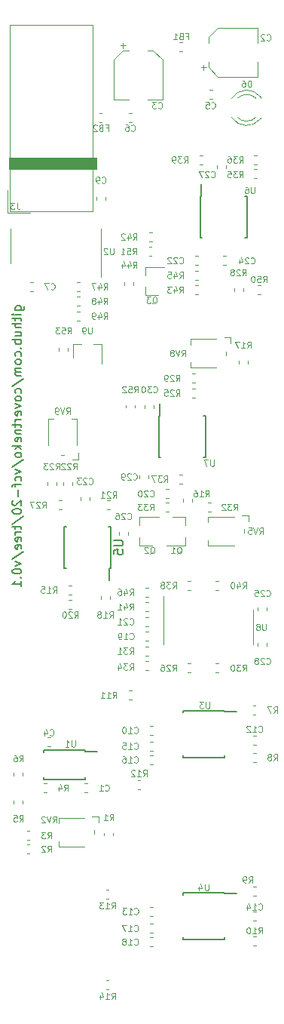
<source format=gbr>
G04 #@! TF.GenerationSoftware,KiCad,Pcbnew,(5.1.5)-3*
G04 #@! TF.CreationDate,2020-07-23T18:35:05-07:00*
G04 #@! TF.ProjectId,vcf-20,7663662d-3230-42e6-9b69-6361645f7063,rev?*
G04 #@! TF.SameCoordinates,Original*
G04 #@! TF.FileFunction,Legend,Bot*
G04 #@! TF.FilePolarity,Positive*
%FSLAX46Y46*%
G04 Gerber Fmt 4.6, Leading zero omitted, Abs format (unit mm)*
G04 Created by KiCad (PCBNEW (5.1.5)-3) date 2020-07-23 18:35:05*
%MOMM*%
%LPD*%
G04 APERTURE LIST*
%ADD10C,0.150000*%
%ADD11C,0.100000*%
%ADD12C,0.120000*%
G04 APERTURE END LIST*
D10*
X801714Y-42015095D02*
X1611238Y-42015095D01*
X1706476Y-41967476D01*
X1754095Y-41919857D01*
X1801714Y-41824619D01*
X1801714Y-41681761D01*
X1754095Y-41586523D01*
X1420761Y-42015095D02*
X1468380Y-41919857D01*
X1468380Y-41729380D01*
X1420761Y-41634142D01*
X1373142Y-41586523D01*
X1277904Y-41538904D01*
X992190Y-41538904D01*
X896952Y-41586523D01*
X849333Y-41634142D01*
X801714Y-41729380D01*
X801714Y-41919857D01*
X849333Y-42015095D01*
X1468380Y-42491285D02*
X801714Y-42491285D01*
X468380Y-42491285D02*
X516000Y-42443666D01*
X563619Y-42491285D01*
X516000Y-42538904D01*
X468380Y-42491285D01*
X563619Y-42491285D01*
X801714Y-42824619D02*
X801714Y-43205571D01*
X468380Y-42967476D02*
X1325523Y-42967476D01*
X1420761Y-43015095D01*
X1468380Y-43110333D01*
X1468380Y-43205571D01*
X1468380Y-43538904D02*
X468380Y-43538904D01*
X1468380Y-43967476D02*
X944571Y-43967476D01*
X849333Y-43919857D01*
X801714Y-43824619D01*
X801714Y-43681761D01*
X849333Y-43586523D01*
X896952Y-43538904D01*
X801714Y-44872238D02*
X1468380Y-44872238D01*
X801714Y-44443666D02*
X1325523Y-44443666D01*
X1420761Y-44491285D01*
X1468380Y-44586523D01*
X1468380Y-44729380D01*
X1420761Y-44824619D01*
X1373142Y-44872238D01*
X1468380Y-45348428D02*
X468380Y-45348428D01*
X849333Y-45348428D02*
X801714Y-45443666D01*
X801714Y-45634142D01*
X849333Y-45729380D01*
X896952Y-45776999D01*
X992190Y-45824619D01*
X1277904Y-45824619D01*
X1373142Y-45776999D01*
X1420761Y-45729380D01*
X1468380Y-45634142D01*
X1468380Y-45443666D01*
X1420761Y-45348428D01*
X1373142Y-46253190D02*
X1420761Y-46300809D01*
X1468380Y-46253190D01*
X1420761Y-46205571D01*
X1373142Y-46253190D01*
X1468380Y-46253190D01*
X1420761Y-47157952D02*
X1468380Y-47062714D01*
X1468380Y-46872238D01*
X1420761Y-46776999D01*
X1373142Y-46729380D01*
X1277904Y-46681761D01*
X992190Y-46681761D01*
X896952Y-46729380D01*
X849333Y-46776999D01*
X801714Y-46872238D01*
X801714Y-47062714D01*
X849333Y-47157952D01*
X1468380Y-47729380D02*
X1420761Y-47634142D01*
X1373142Y-47586523D01*
X1277904Y-47538904D01*
X992190Y-47538904D01*
X896952Y-47586523D01*
X849333Y-47634142D01*
X801714Y-47729380D01*
X801714Y-47872238D01*
X849333Y-47967476D01*
X896952Y-48015095D01*
X992190Y-48062714D01*
X1277904Y-48062714D01*
X1373142Y-48015095D01*
X1420761Y-47967476D01*
X1468380Y-47872238D01*
X1468380Y-47729380D01*
X1468380Y-48491285D02*
X801714Y-48491285D01*
X896952Y-48491285D02*
X849333Y-48538904D01*
X801714Y-48634142D01*
X801714Y-48776999D01*
X849333Y-48872238D01*
X944571Y-48919857D01*
X1468380Y-48919857D01*
X944571Y-48919857D02*
X849333Y-48967476D01*
X801714Y-49062714D01*
X801714Y-49205571D01*
X849333Y-49300809D01*
X944571Y-49348428D01*
X1468380Y-49348428D01*
X420761Y-50538904D02*
X1706476Y-49681761D01*
X1420761Y-51300809D02*
X1468380Y-51205571D01*
X1468380Y-51015095D01*
X1420761Y-50919857D01*
X1373142Y-50872238D01*
X1277904Y-50824619D01*
X992190Y-50824619D01*
X896952Y-50872238D01*
X849333Y-50919857D01*
X801714Y-51015095D01*
X801714Y-51205571D01*
X849333Y-51300809D01*
X1468380Y-51872238D02*
X1420761Y-51776999D01*
X1373142Y-51729380D01*
X1277904Y-51681761D01*
X992190Y-51681761D01*
X896952Y-51729380D01*
X849333Y-51776999D01*
X801714Y-51872238D01*
X801714Y-52015095D01*
X849333Y-52110333D01*
X896952Y-52157952D01*
X992190Y-52205571D01*
X1277904Y-52205571D01*
X1373142Y-52157952D01*
X1420761Y-52110333D01*
X1468380Y-52015095D01*
X1468380Y-51872238D01*
X801714Y-52538904D02*
X1468380Y-52776999D01*
X801714Y-53015095D01*
X1420761Y-53776999D02*
X1468380Y-53681761D01*
X1468380Y-53491285D01*
X1420761Y-53396047D01*
X1325523Y-53348428D01*
X944571Y-53348428D01*
X849333Y-53396047D01*
X801714Y-53491285D01*
X801714Y-53681761D01*
X849333Y-53776999D01*
X944571Y-53824619D01*
X1039809Y-53824619D01*
X1135047Y-53348428D01*
X1468380Y-54253190D02*
X801714Y-54253190D01*
X992190Y-54253190D02*
X896952Y-54300809D01*
X849333Y-54348428D01*
X801714Y-54443666D01*
X801714Y-54538904D01*
X801714Y-54729380D02*
X801714Y-55110333D01*
X468380Y-54872238D02*
X1325523Y-54872238D01*
X1420761Y-54919857D01*
X1468380Y-55015095D01*
X1468380Y-55110333D01*
X801714Y-55443666D02*
X1468380Y-55443666D01*
X896952Y-55443666D02*
X849333Y-55491285D01*
X801714Y-55586523D01*
X801714Y-55729380D01*
X849333Y-55824619D01*
X944571Y-55872238D01*
X1468380Y-55872238D01*
X1420761Y-56729380D02*
X1468380Y-56634142D01*
X1468380Y-56443666D01*
X1420761Y-56348428D01*
X1325523Y-56300809D01*
X944571Y-56300809D01*
X849333Y-56348428D01*
X801714Y-56443666D01*
X801714Y-56634142D01*
X849333Y-56729380D01*
X944571Y-56776999D01*
X1039809Y-56776999D01*
X1135047Y-56300809D01*
X1468380Y-57205571D02*
X468380Y-57205571D01*
X1087428Y-57300809D02*
X1468380Y-57586523D01*
X801714Y-57586523D02*
X1182666Y-57205571D01*
X1468380Y-58157952D02*
X1420761Y-58062714D01*
X1373142Y-58015095D01*
X1277904Y-57967476D01*
X992190Y-57967476D01*
X896952Y-58015095D01*
X849333Y-58062714D01*
X801714Y-58157952D01*
X801714Y-58300809D01*
X849333Y-58396047D01*
X896952Y-58443666D01*
X992190Y-58491285D01*
X1277904Y-58491285D01*
X1373142Y-58443666D01*
X1420761Y-58396047D01*
X1468380Y-58300809D01*
X1468380Y-58157952D01*
X420761Y-59634142D02*
X1706476Y-58776999D01*
X801714Y-59872238D02*
X1468380Y-60110333D01*
X801714Y-60348428D01*
X1420761Y-61157952D02*
X1468380Y-61062714D01*
X1468380Y-60872238D01*
X1420761Y-60776999D01*
X1373142Y-60729380D01*
X1277904Y-60681761D01*
X992190Y-60681761D01*
X896952Y-60729380D01*
X849333Y-60776999D01*
X801714Y-60872238D01*
X801714Y-61062714D01*
X849333Y-61157952D01*
X801714Y-61443666D02*
X801714Y-61824619D01*
X1468380Y-61586523D02*
X611238Y-61586523D01*
X515999Y-61634142D01*
X468380Y-61729380D01*
X468380Y-61824619D01*
X1087428Y-62157952D02*
X1087428Y-62919857D01*
X563619Y-63348428D02*
X515999Y-63396047D01*
X468380Y-63491285D01*
X468380Y-63729380D01*
X515999Y-63824619D01*
X563619Y-63872238D01*
X658857Y-63919857D01*
X754095Y-63919857D01*
X896952Y-63872238D01*
X1468380Y-63300809D01*
X1468380Y-63919857D01*
X468380Y-64538904D02*
X468380Y-64634142D01*
X515999Y-64729380D01*
X563619Y-64776999D01*
X658857Y-64824619D01*
X849333Y-64872238D01*
X1087428Y-64872238D01*
X1277904Y-64824619D01*
X1373142Y-64776999D01*
X1420761Y-64729380D01*
X1468380Y-64634142D01*
X1468380Y-64538904D01*
X1420761Y-64443666D01*
X1373142Y-64396047D01*
X1277904Y-64348428D01*
X1087428Y-64300809D01*
X849333Y-64300809D01*
X658857Y-64348428D01*
X563619Y-64396047D01*
X515999Y-64443666D01*
X468380Y-64538904D01*
X420761Y-66015095D02*
X1706476Y-65157952D01*
X801714Y-66205571D02*
X801714Y-66586523D01*
X468380Y-66348428D02*
X1325523Y-66348428D01*
X1420761Y-66396047D01*
X1468380Y-66491285D01*
X1468380Y-66586523D01*
X1468380Y-66919857D02*
X801714Y-66919857D01*
X992190Y-66919857D02*
X896952Y-66967476D01*
X849333Y-67015095D01*
X801714Y-67110333D01*
X801714Y-67205571D01*
X1420761Y-67919857D02*
X1468380Y-67824619D01*
X1468380Y-67634142D01*
X1420761Y-67538904D01*
X1325523Y-67491285D01*
X944571Y-67491285D01*
X849333Y-67538904D01*
X801714Y-67634142D01*
X801714Y-67824619D01*
X849333Y-67919857D01*
X944571Y-67967476D01*
X1039809Y-67967476D01*
X1135047Y-67491285D01*
X1420761Y-68776999D02*
X1468380Y-68681761D01*
X1468380Y-68491285D01*
X1420761Y-68396047D01*
X1325523Y-68348428D01*
X944571Y-68348428D01*
X849333Y-68396047D01*
X801714Y-68491285D01*
X801714Y-68681761D01*
X849333Y-68776999D01*
X944571Y-68824619D01*
X1039809Y-68824619D01*
X1135047Y-68348428D01*
X420761Y-69967476D02*
X1706476Y-69110333D01*
X801714Y-70205571D02*
X1468380Y-70443666D01*
X801714Y-70681761D01*
X468380Y-71253190D02*
X468380Y-71348428D01*
X515999Y-71443666D01*
X563619Y-71491285D01*
X658857Y-71538904D01*
X849333Y-71586523D01*
X1087428Y-71586523D01*
X1277904Y-71538904D01*
X1373142Y-71491285D01*
X1420761Y-71443666D01*
X1468380Y-71348428D01*
X1468380Y-71253190D01*
X1420761Y-71157952D01*
X1373142Y-71110333D01*
X1277904Y-71062714D01*
X1087428Y-71015095D01*
X849333Y-71015095D01*
X658857Y-71062714D01*
X563619Y-71110333D01*
X515999Y-71157952D01*
X468380Y-71253190D01*
X1373142Y-72015095D02*
X1420761Y-72062714D01*
X1468380Y-72015095D01*
X1420761Y-71967476D01*
X1373142Y-72015095D01*
X1468380Y-72015095D01*
X1468380Y-73015095D02*
X1468380Y-72443666D01*
X1468380Y-72729380D02*
X468380Y-72729380D01*
X611238Y-72634142D01*
X706476Y-72538904D01*
X754095Y-72443666D01*
D11*
G36*
X9906000Y-26162000D02*
G01*
X127000Y-26162000D01*
X127000Y-24892000D01*
X9906000Y-24892000D01*
X9906000Y-26162000D01*
G37*
X9906000Y-26162000D02*
X127000Y-26162000D01*
X127000Y-24892000D01*
X9906000Y-24892000D01*
X9906000Y-26162000D01*
D10*
X17043000Y-53838000D02*
X17043000Y-52488000D01*
X22168000Y-53838000D02*
X22168000Y-58488000D01*
X16918000Y-53838000D02*
X16918000Y-58488000D01*
X22168000Y-53838000D02*
X21943000Y-53838000D01*
X22168000Y-58488000D02*
X21943000Y-58488000D01*
X16918000Y-58488000D02*
X17143000Y-58488000D01*
X16918000Y-53838000D02*
X17043000Y-53838000D01*
D12*
X20157221Y-72388000D02*
X20482779Y-72388000D01*
X20157221Y-73408000D02*
X20482779Y-73408000D01*
X19593779Y-61470000D02*
X19268221Y-61470000D01*
X19593779Y-60450000D02*
X19268221Y-60450000D01*
X28357000Y-20384000D02*
X28357000Y-20540000D01*
X28357000Y-18068000D02*
X28357000Y-18224000D01*
X25755870Y-20383837D02*
G75*
G03X27837961Y-20384000I1041130J1079837D01*
G01*
X25755870Y-18224163D02*
G75*
G02X27837961Y-18224000I1041130J-1079837D01*
G01*
X25124665Y-20382608D02*
G75*
G03X28357000Y-20539516I1672335J1078608D01*
G01*
X25124665Y-18225392D02*
G75*
G02X28357000Y-18068484I1672335J-1078608D01*
G01*
D10*
X11390000Y-70944000D02*
X11390000Y-72294000D01*
X6265000Y-70944000D02*
X6265000Y-66294000D01*
X11515000Y-70944000D02*
X11515000Y-66294000D01*
X6265000Y-70944000D02*
X6490000Y-70944000D01*
X6265000Y-66294000D02*
X6490000Y-66294000D01*
X11515000Y-66294000D02*
X11290000Y-66294000D01*
X11515000Y-70944000D02*
X11390000Y-70944000D01*
D12*
X13464000Y-66918721D02*
X13464000Y-67244279D01*
X12444000Y-66918721D02*
X12444000Y-67244279D01*
X15365000Y-52994779D02*
X15365000Y-52669221D01*
X16385000Y-52994779D02*
X16385000Y-52669221D01*
X15750000Y-60543221D02*
X15750000Y-60868779D01*
X14730000Y-60543221D02*
X14730000Y-60868779D01*
X29085000Y-79364721D02*
X29085000Y-79690279D01*
X28065000Y-79364721D02*
X28065000Y-79690279D01*
X24513000Y-26096279D02*
X24513000Y-25770721D01*
X23493000Y-26096279D02*
X23493000Y-25770721D01*
X28065000Y-75727779D02*
X28065000Y-75402221D01*
X29085000Y-75727779D02*
X29085000Y-75402221D01*
X24445279Y-36959000D02*
X24119721Y-36959000D01*
X24445279Y-35939000D02*
X24119721Y-35939000D01*
X8126000Y-63307279D02*
X8126000Y-62981721D01*
X9146000Y-63307279D02*
X9146000Y-62981721D01*
X21046221Y-35939000D02*
X21371779Y-35939000D01*
X21046221Y-36959000D02*
X21371779Y-36959000D01*
X15783779Y-77472000D02*
X15458221Y-77472000D01*
X15783779Y-76452000D02*
X15458221Y-76452000D01*
X18049779Y-62101000D02*
X17724221Y-62101000D01*
X18049779Y-63121000D02*
X17724221Y-63121000D01*
X15783779Y-79123000D02*
X15458221Y-79123000D01*
X15783779Y-78103000D02*
X15458221Y-78103000D01*
X16291779Y-113413000D02*
X15966221Y-113413000D01*
X16291779Y-112393000D02*
X15966221Y-112393000D01*
X16291779Y-111889000D02*
X15966221Y-111889000D01*
X16291779Y-110869000D02*
X15966221Y-110869000D01*
X16291779Y-92966000D02*
X15966221Y-92966000D01*
X16291779Y-91946000D02*
X15966221Y-91946000D01*
X16266279Y-91442000D02*
X15940721Y-91442000D01*
X16266279Y-90422000D02*
X15940721Y-90422000D01*
X9904000Y-29626779D02*
X9904000Y-29301221D01*
X10924000Y-29626779D02*
X10924000Y-29301221D01*
X2829779Y-39880000D02*
X2504221Y-39880000D01*
X2829779Y-38860000D02*
X2504221Y-38860000D01*
X4409221Y-89914000D02*
X4734779Y-89914000D01*
X4409221Y-90934000D02*
X4734779Y-90934000D01*
X8925779Y-96141000D02*
X8600221Y-96141000D01*
X8925779Y-95121000D02*
X8600221Y-95121000D01*
X13878779Y-20957000D02*
X13553221Y-20957000D01*
X13878779Y-19937000D02*
X13553221Y-19937000D01*
X22921179Y-18290000D02*
X22595621Y-18290000D01*
X22921179Y-17270000D02*
X22595621Y-17270000D01*
X27523221Y-109472000D02*
X27848779Y-109472000D01*
X27523221Y-110492000D02*
X27848779Y-110492000D01*
X16291779Y-109984000D02*
X15966221Y-109984000D01*
X16291779Y-108964000D02*
X15966221Y-108964000D01*
X27523221Y-89787000D02*
X27848779Y-89787000D01*
X27523221Y-90807000D02*
X27848779Y-90807000D01*
X16291779Y-89664000D02*
X15966221Y-89664000D01*
X16291779Y-88644000D02*
X15966221Y-88644000D01*
X6221000Y-61305221D02*
X6221000Y-61630779D01*
X7241000Y-61305221D02*
X7241000Y-61630779D01*
X6733000Y-46217721D02*
X6733000Y-46543279D01*
X5713000Y-46217721D02*
X5713000Y-46543279D01*
X14226000Y-52643721D02*
X14226000Y-52969279D01*
X13206000Y-52643721D02*
X13206000Y-52969279D01*
X16139279Y-35943000D02*
X15813721Y-35943000D01*
X16139279Y-34923000D02*
X15813721Y-34923000D01*
X28056521Y-39241000D02*
X28382079Y-39241000D01*
X28056521Y-40261000D02*
X28382079Y-40261000D01*
X7711221Y-42162000D02*
X8036779Y-42162000D01*
X7711221Y-43182000D02*
X8036779Y-43182000D01*
X7711221Y-40511000D02*
X8036779Y-40511000D01*
X7711221Y-41531000D02*
X8036779Y-41531000D01*
X7711221Y-38860000D02*
X8036779Y-38860000D01*
X7711221Y-39880000D02*
X8036779Y-39880000D01*
X15783779Y-74170000D02*
X15458221Y-74170000D01*
X15783779Y-73150000D02*
X15458221Y-73150000D01*
X21046221Y-37590000D02*
X21371779Y-37590000D01*
X21046221Y-38610000D02*
X21371779Y-38610000D01*
X14099000Y-38851721D02*
X14099000Y-39177279D01*
X13079000Y-38851721D02*
X13079000Y-39177279D01*
X21371779Y-40261000D02*
X21046221Y-40261000D01*
X21371779Y-39241000D02*
X21046221Y-39241000D01*
X16164779Y-34292000D02*
X15839221Y-34292000D01*
X16164779Y-33272000D02*
X15839221Y-33272000D01*
X15783779Y-75821000D02*
X15458221Y-75821000D01*
X15783779Y-74801000D02*
X15458221Y-74801000D01*
X23332221Y-72388000D02*
X23657779Y-72388000D01*
X23332221Y-73408000D02*
X23657779Y-73408000D01*
X21854279Y-25656000D02*
X21528721Y-25656000D01*
X21854279Y-24636000D02*
X21528721Y-24636000D01*
X27650221Y-24636000D02*
X27975779Y-24636000D01*
X27650221Y-25656000D02*
X27975779Y-25656000D01*
X27975779Y-27180000D02*
X27650221Y-27180000D01*
X27975779Y-26160000D02*
X27650221Y-26160000D01*
X15783779Y-82425000D02*
X15458221Y-82425000D01*
X15783779Y-81405000D02*
X15458221Y-81405000D01*
X17724221Y-63625000D02*
X18049779Y-63625000D01*
X17724221Y-64645000D02*
X18049779Y-64645000D01*
X22768779Y-64645000D02*
X22443221Y-64645000D01*
X22768779Y-63625000D02*
X22443221Y-63625000D01*
X15758279Y-80774000D02*
X15432721Y-80774000D01*
X15758279Y-79754000D02*
X15432721Y-79754000D01*
X23332221Y-81659000D02*
X23657779Y-81659000D01*
X23332221Y-82679000D02*
X23657779Y-82679000D01*
X20990779Y-49147000D02*
X20665221Y-49147000D01*
X20990779Y-50167000D02*
X20665221Y-50167000D01*
X26418000Y-39588221D02*
X26418000Y-39913779D01*
X25398000Y-39588221D02*
X25398000Y-39913779D01*
X6030279Y-64391000D02*
X5704721Y-64391000D01*
X6030279Y-63371000D02*
X5704721Y-63371000D01*
X20157221Y-81659000D02*
X20482779Y-81659000D01*
X20157221Y-82679000D02*
X20482779Y-82679000D01*
X20665221Y-50798000D02*
X20990779Y-50798000D01*
X20665221Y-51818000D02*
X20990779Y-51818000D01*
X5463000Y-61630779D02*
X5463000Y-61305221D01*
X4443000Y-61630779D02*
X4443000Y-61305221D01*
X11440279Y-64391000D02*
X11114721Y-64391000D01*
X11440279Y-63371000D02*
X11114721Y-63371000D01*
X7122279Y-75567000D02*
X6796721Y-75567000D01*
X7122279Y-74547000D02*
X6796721Y-74547000D01*
X10412000Y-74457779D02*
X10412000Y-74132221D01*
X11432000Y-74457779D02*
X11432000Y-74132221D01*
X25906000Y-48016279D02*
X25906000Y-47690721D01*
X26926000Y-48016279D02*
X26926000Y-47690721D01*
X20703000Y-63535779D02*
X20703000Y-63210221D01*
X19683000Y-63535779D02*
X19683000Y-63210221D01*
X6822221Y-72896000D02*
X7147779Y-72896000D01*
X6822221Y-73916000D02*
X7147779Y-73916000D01*
X10987721Y-117219000D02*
X11313279Y-117219000D01*
X10987721Y-118239000D02*
X11313279Y-118239000D01*
X10987721Y-107059000D02*
X11313279Y-107059000D01*
X10987721Y-108079000D02*
X11313279Y-108079000D01*
X14869279Y-95760000D02*
X14543721Y-95760000D01*
X14869279Y-94740000D02*
X14543721Y-94740000D01*
X27548721Y-112266000D02*
X27874279Y-112266000D01*
X27548721Y-113286000D02*
X27874279Y-113286000D01*
X27523221Y-106678000D02*
X27848779Y-106678000D01*
X27523221Y-107698000D02*
X27848779Y-107698000D01*
X27548721Y-91692000D02*
X27874279Y-91692000D01*
X27548721Y-92712000D02*
X27874279Y-92712000D01*
X27497721Y-86358000D02*
X27823279Y-86358000D01*
X27497721Y-87378000D02*
X27823279Y-87378000D01*
X633000Y-94244279D02*
X633000Y-93918721D01*
X1653000Y-94244279D02*
X1653000Y-93918721D01*
X633000Y-97017721D02*
X633000Y-97343279D01*
X1653000Y-97017721D02*
X1653000Y-97343279D01*
X4328279Y-95121000D02*
X4002721Y-95121000D01*
X4328279Y-96141000D02*
X4002721Y-96141000D01*
X2097721Y-100455000D02*
X2423279Y-100455000D01*
X2097721Y-101475000D02*
X2423279Y-101475000D01*
X2423279Y-101979000D02*
X2097721Y-101979000D01*
X2423279Y-102999000D02*
X2097721Y-102999000D01*
X10793000Y-100649721D02*
X10793000Y-100975279D01*
X11813000Y-100649721D02*
X11813000Y-100975279D01*
X13878779Y-85727000D02*
X13553221Y-85727000D01*
X13878779Y-84707000D02*
X13553221Y-84707000D01*
X10225721Y-19937000D02*
X10551279Y-19937000D01*
X10225721Y-20957000D02*
X10551279Y-20957000D01*
X19242721Y-11936000D02*
X19568279Y-11936000D01*
X19242721Y-12956000D02*
X19568279Y-12956000D01*
D10*
X24325000Y-107482000D02*
X25675000Y-107482000D01*
X24325000Y-112607000D02*
X19675000Y-112607000D01*
X24325000Y-107357000D02*
X19675000Y-107357000D01*
X24325000Y-112607000D02*
X24325000Y-112382000D01*
X19675000Y-112607000D02*
X19675000Y-112382000D01*
X19675000Y-107357000D02*
X19675000Y-107582000D01*
X24325000Y-107357000D02*
X24325000Y-107482000D01*
D12*
X10394000Y-34798000D02*
X10394000Y-38248000D01*
X10394000Y-34798000D02*
X10394000Y-32848000D01*
X274000Y-34798000D02*
X274000Y-36748000D01*
X274000Y-34798000D02*
X274000Y-32848000D01*
X7310000Y-45849000D02*
X7310000Y-47309000D01*
X10470000Y-45849000D02*
X10470000Y-48009000D01*
X10470000Y-45849000D02*
X9540000Y-45849000D01*
X7310000Y-45849000D02*
X8240000Y-45849000D01*
X26984000Y-65002000D02*
X26984000Y-65702000D01*
X26284000Y-65002000D02*
X26984000Y-65002000D01*
X22484000Y-68402000D02*
X22484000Y-67802000D01*
X25384000Y-68402000D02*
X22484000Y-68402000D01*
X22484000Y-65202000D02*
X22484000Y-65802000D01*
X25384000Y-65202000D02*
X22484000Y-65202000D01*
X26484000Y-66602000D02*
X26484000Y-67002000D01*
X9646000Y-100384000D02*
X9646000Y-100784000D01*
X8546000Y-98984000D02*
X5646000Y-98984000D01*
X5646000Y-98984000D02*
X5646000Y-99584000D01*
X8546000Y-102184000D02*
X5646000Y-102184000D01*
X5646000Y-102184000D02*
X5646000Y-101584000D01*
X9446000Y-98784000D02*
X10146000Y-98784000D01*
X10146000Y-98784000D02*
X10146000Y-99484000D01*
X7896000Y-58734000D02*
X7196000Y-58734000D01*
X7896000Y-58034000D02*
X7896000Y-58734000D01*
X4496000Y-54234000D02*
X5096000Y-54234000D01*
X4496000Y-57134000D02*
X4496000Y-54234000D01*
X7696000Y-54234000D02*
X7096000Y-54234000D01*
X7696000Y-57134000D02*
X7696000Y-54234000D01*
X6296000Y-58234000D02*
X5896000Y-58234000D01*
X25005000Y-45063000D02*
X25005000Y-45763000D01*
X24305000Y-45063000D02*
X25005000Y-45063000D01*
X20505000Y-48463000D02*
X20505000Y-47863000D01*
X23405000Y-48463000D02*
X20505000Y-48463000D01*
X20505000Y-45263000D02*
X20505000Y-45863000D01*
X23405000Y-45263000D02*
X20505000Y-45263000D01*
X24505000Y-46663000D02*
X24505000Y-47063000D01*
X17419000Y-77532000D02*
X17419000Y-74082000D01*
X17419000Y-77532000D02*
X17419000Y-79482000D01*
X27539000Y-77532000D02*
X27539000Y-75582000D01*
X27539000Y-77532000D02*
X27539000Y-79482000D01*
D10*
X21712000Y-29200000D02*
X21712000Y-27850000D01*
X26837000Y-29200000D02*
X26837000Y-33850000D01*
X21587000Y-29200000D02*
X21587000Y-33850000D01*
X26837000Y-29200000D02*
X26612000Y-29200000D01*
X26837000Y-33850000D02*
X26612000Y-33850000D01*
X21587000Y-33850000D02*
X21812000Y-33850000D01*
X21587000Y-29200000D02*
X21712000Y-29200000D01*
X24325000Y-87050000D02*
X25675000Y-87050000D01*
X24325000Y-92175000D02*
X19675000Y-92175000D01*
X24325000Y-86925000D02*
X19675000Y-86925000D01*
X24325000Y-92175000D02*
X24325000Y-91950000D01*
X19675000Y-92175000D02*
X19675000Y-91950000D01*
X19675000Y-86925000D02*
X19675000Y-87150000D01*
X24325000Y-86925000D02*
X24325000Y-87050000D01*
X8646000Y-91495000D02*
X9996000Y-91495000D01*
X8646000Y-94645000D02*
X3996000Y-94645000D01*
X8646000Y-91395000D02*
X3996000Y-91395000D01*
X8646000Y-94645000D02*
X8646000Y-94445000D01*
X3996000Y-94645000D02*
X3996000Y-94445000D01*
X3996000Y-91395000D02*
X3996000Y-91595000D01*
X8646000Y-91395000D02*
X8646000Y-91495000D01*
D12*
X15385000Y-40315000D02*
X16845000Y-40315000D01*
X15385000Y-37155000D02*
X17545000Y-37155000D01*
X15385000Y-37155000D02*
X15385000Y-38085000D01*
X15385000Y-40315000D02*
X15385000Y-39385000D01*
X14750000Y-68382000D02*
X14750000Y-67452000D01*
X14750000Y-65222000D02*
X14750000Y-66152000D01*
X14750000Y-65222000D02*
X16910000Y-65222000D01*
X14750000Y-68382000D02*
X16210000Y-68382000D01*
X19921000Y-65222000D02*
X19921000Y-66152000D01*
X19921000Y-68382000D02*
X19921000Y-67452000D01*
X19921000Y-68382000D02*
X17761000Y-68382000D01*
X19921000Y-65222000D02*
X18461000Y-65222000D01*
X-99000Y-31127000D02*
X2441000Y-31127000D01*
X-99000Y-31127000D02*
X-99000Y-28587000D01*
X151000Y-30877000D02*
X9501000Y-30877000D01*
X151000Y-10017000D02*
X151000Y-30877000D01*
X9501000Y-10017000D02*
X151000Y-10017000D01*
X9501000Y-30877000D02*
X9501000Y-10017000D01*
X12607500Y-12308500D02*
X13232500Y-12308500D01*
X12920000Y-11996000D02*
X12920000Y-12621000D01*
X16300563Y-12861000D02*
X17365000Y-13925437D01*
X12909437Y-12861000D02*
X11845000Y-13925437D01*
X12909437Y-12861000D02*
X13545000Y-12861000D01*
X16300563Y-12861000D02*
X15665000Y-12861000D01*
X17365000Y-13925437D02*
X17365000Y-18381000D01*
X11845000Y-13925437D02*
X11845000Y-18381000D01*
X11845000Y-18381000D02*
X13545000Y-18381000D01*
X17365000Y-18381000D02*
X15665000Y-18381000D01*
X21960500Y-15078500D02*
X21960500Y-14453500D01*
X21648000Y-14766000D02*
X22273000Y-14766000D01*
X22513000Y-11385437D02*
X23577437Y-10321000D01*
X22513000Y-14776563D02*
X23577437Y-15841000D01*
X22513000Y-14776563D02*
X22513000Y-14141000D01*
X22513000Y-11385437D02*
X22513000Y-12021000D01*
X23577437Y-10321000D02*
X28033000Y-10321000D01*
X23577437Y-15841000D02*
X28033000Y-15841000D01*
X28033000Y-15841000D02*
X28033000Y-14141000D01*
X28033000Y-10321000D02*
X28033000Y-12021000D01*
D11*
X23139333Y-58798666D02*
X23139333Y-59365333D01*
X23106000Y-59432000D01*
X23072666Y-59465333D01*
X23006000Y-59498666D01*
X22872666Y-59498666D01*
X22806000Y-59465333D01*
X22772666Y-59432000D01*
X22739333Y-59365333D01*
X22739333Y-58798666D01*
X22472666Y-58798666D02*
X22006000Y-58798666D01*
X22306000Y-59498666D01*
X18484000Y-73214666D02*
X18717333Y-72881333D01*
X18884000Y-73214666D02*
X18884000Y-72514666D01*
X18617333Y-72514666D01*
X18550666Y-72548000D01*
X18517333Y-72581333D01*
X18484000Y-72648000D01*
X18484000Y-72748000D01*
X18517333Y-72814666D01*
X18550666Y-72848000D01*
X18617333Y-72881333D01*
X18884000Y-72881333D01*
X18250666Y-72514666D02*
X17817333Y-72514666D01*
X18050666Y-72781333D01*
X17950666Y-72781333D01*
X17884000Y-72814666D01*
X17850666Y-72848000D01*
X17817333Y-72914666D01*
X17817333Y-73081333D01*
X17850666Y-73148000D01*
X17884000Y-73181333D01*
X17950666Y-73214666D01*
X18150666Y-73214666D01*
X18217333Y-73181333D01*
X18250666Y-73148000D01*
X17417333Y-72814666D02*
X17484000Y-72781333D01*
X17517333Y-72748000D01*
X17550666Y-72681333D01*
X17550666Y-72648000D01*
X17517333Y-72581333D01*
X17484000Y-72548000D01*
X17417333Y-72514666D01*
X17284000Y-72514666D01*
X17217333Y-72548000D01*
X17184000Y-72581333D01*
X17150666Y-72648000D01*
X17150666Y-72681333D01*
X17184000Y-72748000D01*
X17217333Y-72781333D01*
X17284000Y-72814666D01*
X17417333Y-72814666D01*
X17484000Y-72848000D01*
X17517333Y-72881333D01*
X17550666Y-72948000D01*
X17550666Y-73081333D01*
X17517333Y-73148000D01*
X17484000Y-73181333D01*
X17417333Y-73214666D01*
X17284000Y-73214666D01*
X17217333Y-73181333D01*
X17184000Y-73148000D01*
X17150666Y-73081333D01*
X17150666Y-72948000D01*
X17184000Y-72881333D01*
X17217333Y-72848000D01*
X17284000Y-72814666D01*
X17493500Y-61276666D02*
X17726833Y-60943333D01*
X17893500Y-61276666D02*
X17893500Y-60576666D01*
X17626833Y-60576666D01*
X17560166Y-60610000D01*
X17526833Y-60643333D01*
X17493500Y-60710000D01*
X17493500Y-60810000D01*
X17526833Y-60876666D01*
X17560166Y-60910000D01*
X17626833Y-60943333D01*
X17893500Y-60943333D01*
X17260166Y-60576666D02*
X16826833Y-60576666D01*
X17060166Y-60843333D01*
X16960166Y-60843333D01*
X16893500Y-60876666D01*
X16860166Y-60910000D01*
X16826833Y-60976666D01*
X16826833Y-61143333D01*
X16860166Y-61210000D01*
X16893500Y-61243333D01*
X16960166Y-61276666D01*
X17160166Y-61276666D01*
X17226833Y-61243333D01*
X17260166Y-61210000D01*
X16593500Y-60576666D02*
X16126833Y-60576666D01*
X16426833Y-61276666D01*
X27313666Y-16953666D02*
X27313666Y-16253666D01*
X27147000Y-16253666D01*
X27047000Y-16287000D01*
X26980333Y-16353666D01*
X26947000Y-16420333D01*
X26913666Y-16553666D01*
X26913666Y-16653666D01*
X26947000Y-16787000D01*
X26980333Y-16853666D01*
X27047000Y-16920333D01*
X27147000Y-16953666D01*
X27313666Y-16953666D01*
X26313666Y-16253666D02*
X26447000Y-16253666D01*
X26513666Y-16287000D01*
X26547000Y-16320333D01*
X26613666Y-16420333D01*
X26647000Y-16553666D01*
X26647000Y-16820333D01*
X26613666Y-16887000D01*
X26580333Y-16920333D01*
X26513666Y-16953666D01*
X26380333Y-16953666D01*
X26313666Y-16920333D01*
X26280333Y-16887000D01*
X26247000Y-16820333D01*
X26247000Y-16653666D01*
X26280333Y-16587000D01*
X26313666Y-16553666D01*
X26380333Y-16520333D01*
X26513666Y-16520333D01*
X26580333Y-16553666D01*
X26613666Y-16587000D01*
X26647000Y-16653666D01*
D10*
X11892380Y-67857095D02*
X12701904Y-67857095D01*
X12797142Y-67904714D01*
X12844761Y-67952333D01*
X12892380Y-68047571D01*
X12892380Y-68238047D01*
X12844761Y-68333285D01*
X12797142Y-68380904D01*
X12701904Y-68428523D01*
X11892380Y-68428523D01*
X11892380Y-69380904D02*
X11892380Y-68904714D01*
X12368571Y-68857095D01*
X12320952Y-68904714D01*
X12273333Y-68999952D01*
X12273333Y-69238047D01*
X12320952Y-69333285D01*
X12368571Y-69380904D01*
X12463809Y-69428523D01*
X12701904Y-69428523D01*
X12797142Y-69380904D01*
X12844761Y-69333285D01*
X12892380Y-69238047D01*
X12892380Y-68999952D01*
X12844761Y-68904714D01*
X12797142Y-68857095D01*
D11*
X13404000Y-65401000D02*
X13437333Y-65434333D01*
X13537333Y-65467666D01*
X13604000Y-65467666D01*
X13704000Y-65434333D01*
X13770666Y-65367666D01*
X13804000Y-65301000D01*
X13837333Y-65167666D01*
X13837333Y-65067666D01*
X13804000Y-64934333D01*
X13770666Y-64867666D01*
X13704000Y-64801000D01*
X13604000Y-64767666D01*
X13537333Y-64767666D01*
X13437333Y-64801000D01*
X13404000Y-64834333D01*
X13137333Y-64834333D02*
X13104000Y-64801000D01*
X13037333Y-64767666D01*
X12870666Y-64767666D01*
X12804000Y-64801000D01*
X12770666Y-64834333D01*
X12737333Y-64901000D01*
X12737333Y-64967666D01*
X12770666Y-65067666D01*
X13170666Y-65467666D01*
X12737333Y-65467666D01*
X12137333Y-64767666D02*
X12270666Y-64767666D01*
X12337333Y-64801000D01*
X12370666Y-64834333D01*
X12437333Y-64934333D01*
X12470666Y-65067666D01*
X12470666Y-65334333D01*
X12437333Y-65401000D01*
X12404000Y-65434333D01*
X12337333Y-65467666D01*
X12204000Y-65467666D01*
X12137333Y-65434333D01*
X12104000Y-65401000D01*
X12070666Y-65334333D01*
X12070666Y-65167666D01*
X12104000Y-65101000D01*
X12137333Y-65067666D01*
X12204000Y-65034333D01*
X12337333Y-65034333D01*
X12404000Y-65067666D01*
X12437333Y-65101000D01*
X12470666Y-65167666D01*
X16325000Y-51177000D02*
X16358333Y-51210333D01*
X16458333Y-51243666D01*
X16525000Y-51243666D01*
X16625000Y-51210333D01*
X16691666Y-51143666D01*
X16725000Y-51077000D01*
X16758333Y-50943666D01*
X16758333Y-50843666D01*
X16725000Y-50710333D01*
X16691666Y-50643666D01*
X16625000Y-50577000D01*
X16525000Y-50543666D01*
X16458333Y-50543666D01*
X16358333Y-50577000D01*
X16325000Y-50610333D01*
X16091666Y-50543666D02*
X15658333Y-50543666D01*
X15891666Y-50810333D01*
X15791666Y-50810333D01*
X15725000Y-50843666D01*
X15691666Y-50877000D01*
X15658333Y-50943666D01*
X15658333Y-51110333D01*
X15691666Y-51177000D01*
X15725000Y-51210333D01*
X15791666Y-51243666D01*
X15991666Y-51243666D01*
X16058333Y-51210333D01*
X16091666Y-51177000D01*
X15225000Y-50543666D02*
X15158333Y-50543666D01*
X15091666Y-50577000D01*
X15058333Y-50610333D01*
X15025000Y-50677000D01*
X14991666Y-50810333D01*
X14991666Y-50977000D01*
X15025000Y-51110333D01*
X15058333Y-51177000D01*
X15091666Y-51210333D01*
X15158333Y-51243666D01*
X15225000Y-51243666D01*
X15291666Y-51210333D01*
X15325000Y-51177000D01*
X15358333Y-51110333D01*
X15391666Y-50977000D01*
X15391666Y-50810333D01*
X15358333Y-50677000D01*
X15325000Y-50610333D01*
X15291666Y-50577000D01*
X15225000Y-50543666D01*
X14039000Y-60956000D02*
X14072333Y-60989333D01*
X14172333Y-61022666D01*
X14239000Y-61022666D01*
X14339000Y-60989333D01*
X14405666Y-60922666D01*
X14439000Y-60856000D01*
X14472333Y-60722666D01*
X14472333Y-60622666D01*
X14439000Y-60489333D01*
X14405666Y-60422666D01*
X14339000Y-60356000D01*
X14239000Y-60322666D01*
X14172333Y-60322666D01*
X14072333Y-60356000D01*
X14039000Y-60389333D01*
X13772333Y-60389333D02*
X13739000Y-60356000D01*
X13672333Y-60322666D01*
X13505666Y-60322666D01*
X13439000Y-60356000D01*
X13405666Y-60389333D01*
X13372333Y-60456000D01*
X13372333Y-60522666D01*
X13405666Y-60622666D01*
X13805666Y-61022666D01*
X13372333Y-61022666D01*
X13039000Y-61022666D02*
X12905666Y-61022666D01*
X12839000Y-60989333D01*
X12805666Y-60956000D01*
X12739000Y-60856000D01*
X12705666Y-60722666D01*
X12705666Y-60456000D01*
X12739000Y-60389333D01*
X12772333Y-60356000D01*
X12839000Y-60322666D01*
X12972333Y-60322666D01*
X13039000Y-60356000D01*
X13072333Y-60389333D01*
X13105666Y-60456000D01*
X13105666Y-60622666D01*
X13072333Y-60689333D01*
X13039000Y-60722666D01*
X12972333Y-60756000D01*
X12839000Y-60756000D01*
X12772333Y-60722666D01*
X12739000Y-60689333D01*
X12705666Y-60622666D01*
X29025000Y-81657000D02*
X29058333Y-81690333D01*
X29158333Y-81723666D01*
X29225000Y-81723666D01*
X29325000Y-81690333D01*
X29391666Y-81623666D01*
X29425000Y-81557000D01*
X29458333Y-81423666D01*
X29458333Y-81323666D01*
X29425000Y-81190333D01*
X29391666Y-81123666D01*
X29325000Y-81057000D01*
X29225000Y-81023666D01*
X29158333Y-81023666D01*
X29058333Y-81057000D01*
X29025000Y-81090333D01*
X28758333Y-81090333D02*
X28725000Y-81057000D01*
X28658333Y-81023666D01*
X28491666Y-81023666D01*
X28425000Y-81057000D01*
X28391666Y-81090333D01*
X28358333Y-81157000D01*
X28358333Y-81223666D01*
X28391666Y-81323666D01*
X28791666Y-81723666D01*
X28358333Y-81723666D01*
X27958333Y-81323666D02*
X28025000Y-81290333D01*
X28058333Y-81257000D01*
X28091666Y-81190333D01*
X28091666Y-81157000D01*
X28058333Y-81090333D01*
X28025000Y-81057000D01*
X27958333Y-81023666D01*
X27825000Y-81023666D01*
X27758333Y-81057000D01*
X27725000Y-81090333D01*
X27691666Y-81157000D01*
X27691666Y-81190333D01*
X27725000Y-81257000D01*
X27758333Y-81290333D01*
X27825000Y-81323666D01*
X27958333Y-81323666D01*
X28025000Y-81357000D01*
X28058333Y-81390333D01*
X28091666Y-81457000D01*
X28091666Y-81590333D01*
X28058333Y-81657000D01*
X28025000Y-81690333D01*
X27958333Y-81723666D01*
X27825000Y-81723666D01*
X27758333Y-81690333D01*
X27725000Y-81657000D01*
X27691666Y-81590333D01*
X27691666Y-81457000D01*
X27725000Y-81390333D01*
X27758333Y-81357000D01*
X27825000Y-81323666D01*
X22802000Y-27047000D02*
X22835333Y-27080333D01*
X22935333Y-27113666D01*
X23002000Y-27113666D01*
X23102000Y-27080333D01*
X23168666Y-27013666D01*
X23202000Y-26947000D01*
X23235333Y-26813666D01*
X23235333Y-26713666D01*
X23202000Y-26580333D01*
X23168666Y-26513666D01*
X23102000Y-26447000D01*
X23002000Y-26413666D01*
X22935333Y-26413666D01*
X22835333Y-26447000D01*
X22802000Y-26480333D01*
X22535333Y-26480333D02*
X22502000Y-26447000D01*
X22435333Y-26413666D01*
X22268666Y-26413666D01*
X22202000Y-26447000D01*
X22168666Y-26480333D01*
X22135333Y-26547000D01*
X22135333Y-26613666D01*
X22168666Y-26713666D01*
X22568666Y-27113666D01*
X22135333Y-27113666D01*
X21902000Y-26413666D02*
X21435333Y-26413666D01*
X21735333Y-27113666D01*
X29025000Y-74037000D02*
X29058333Y-74070333D01*
X29158333Y-74103666D01*
X29225000Y-74103666D01*
X29325000Y-74070333D01*
X29391666Y-74003666D01*
X29425000Y-73937000D01*
X29458333Y-73803666D01*
X29458333Y-73703666D01*
X29425000Y-73570333D01*
X29391666Y-73503666D01*
X29325000Y-73437000D01*
X29225000Y-73403666D01*
X29158333Y-73403666D01*
X29058333Y-73437000D01*
X29025000Y-73470333D01*
X28758333Y-73470333D02*
X28725000Y-73437000D01*
X28658333Y-73403666D01*
X28491666Y-73403666D01*
X28425000Y-73437000D01*
X28391666Y-73470333D01*
X28358333Y-73537000D01*
X28358333Y-73603666D01*
X28391666Y-73703666D01*
X28791666Y-74103666D01*
X28358333Y-74103666D01*
X27725000Y-73403666D02*
X28058333Y-73403666D01*
X28091666Y-73737000D01*
X28058333Y-73703666D01*
X27991666Y-73670333D01*
X27825000Y-73670333D01*
X27758333Y-73703666D01*
X27725000Y-73737000D01*
X27691666Y-73803666D01*
X27691666Y-73970333D01*
X27725000Y-74037000D01*
X27758333Y-74070333D01*
X27825000Y-74103666D01*
X27991666Y-74103666D01*
X28058333Y-74070333D01*
X28091666Y-74037000D01*
X27272400Y-36724400D02*
X27305733Y-36757733D01*
X27405733Y-36791066D01*
X27472400Y-36791066D01*
X27572400Y-36757733D01*
X27639066Y-36691066D01*
X27672400Y-36624400D01*
X27705733Y-36491066D01*
X27705733Y-36391066D01*
X27672400Y-36257733D01*
X27639066Y-36191066D01*
X27572400Y-36124400D01*
X27472400Y-36091066D01*
X27405733Y-36091066D01*
X27305733Y-36124400D01*
X27272400Y-36157733D01*
X27005733Y-36157733D02*
X26972400Y-36124400D01*
X26905733Y-36091066D01*
X26739066Y-36091066D01*
X26672400Y-36124400D01*
X26639066Y-36157733D01*
X26605733Y-36224400D01*
X26605733Y-36291066D01*
X26639066Y-36391066D01*
X27039066Y-36791066D01*
X26605733Y-36791066D01*
X26005733Y-36324400D02*
X26005733Y-36791066D01*
X26172400Y-36057733D02*
X26339066Y-36557733D01*
X25905733Y-36557733D01*
X9086000Y-61464000D02*
X9119333Y-61497333D01*
X9219333Y-61530666D01*
X9286000Y-61530666D01*
X9386000Y-61497333D01*
X9452666Y-61430666D01*
X9486000Y-61364000D01*
X9519333Y-61230666D01*
X9519333Y-61130666D01*
X9486000Y-60997333D01*
X9452666Y-60930666D01*
X9386000Y-60864000D01*
X9286000Y-60830666D01*
X9219333Y-60830666D01*
X9119333Y-60864000D01*
X9086000Y-60897333D01*
X8819333Y-60897333D02*
X8786000Y-60864000D01*
X8719333Y-60830666D01*
X8552666Y-60830666D01*
X8486000Y-60864000D01*
X8452666Y-60897333D01*
X8419333Y-60964000D01*
X8419333Y-61030666D01*
X8452666Y-61130666D01*
X8852666Y-61530666D01*
X8419333Y-61530666D01*
X8186000Y-60830666D02*
X7752666Y-60830666D01*
X7986000Y-61097333D01*
X7886000Y-61097333D01*
X7819333Y-61130666D01*
X7786000Y-61164000D01*
X7752666Y-61230666D01*
X7752666Y-61397333D01*
X7786000Y-61464000D01*
X7819333Y-61497333D01*
X7886000Y-61530666D01*
X8086000Y-61530666D01*
X8152666Y-61497333D01*
X8186000Y-61464000D01*
X19246000Y-36699000D02*
X19279333Y-36732333D01*
X19379333Y-36765666D01*
X19446000Y-36765666D01*
X19546000Y-36732333D01*
X19612666Y-36665666D01*
X19646000Y-36599000D01*
X19679333Y-36465666D01*
X19679333Y-36365666D01*
X19646000Y-36232333D01*
X19612666Y-36165666D01*
X19546000Y-36099000D01*
X19446000Y-36065666D01*
X19379333Y-36065666D01*
X19279333Y-36099000D01*
X19246000Y-36132333D01*
X18979333Y-36132333D02*
X18946000Y-36099000D01*
X18879333Y-36065666D01*
X18712666Y-36065666D01*
X18646000Y-36099000D01*
X18612666Y-36132333D01*
X18579333Y-36199000D01*
X18579333Y-36265666D01*
X18612666Y-36365666D01*
X19012666Y-36765666D01*
X18579333Y-36765666D01*
X18312666Y-36132333D02*
X18279333Y-36099000D01*
X18212666Y-36065666D01*
X18046000Y-36065666D01*
X17979333Y-36099000D01*
X17946000Y-36132333D01*
X17912666Y-36199000D01*
X17912666Y-36265666D01*
X17946000Y-36365666D01*
X18346000Y-36765666D01*
X17912666Y-36765666D01*
X13658000Y-77212000D02*
X13691333Y-77245333D01*
X13791333Y-77278666D01*
X13858000Y-77278666D01*
X13958000Y-77245333D01*
X14024666Y-77178666D01*
X14058000Y-77112000D01*
X14091333Y-76978666D01*
X14091333Y-76878666D01*
X14058000Y-76745333D01*
X14024666Y-76678666D01*
X13958000Y-76612000D01*
X13858000Y-76578666D01*
X13791333Y-76578666D01*
X13691333Y-76612000D01*
X13658000Y-76645333D01*
X13391333Y-76645333D02*
X13358000Y-76612000D01*
X13291333Y-76578666D01*
X13124666Y-76578666D01*
X13058000Y-76612000D01*
X13024666Y-76645333D01*
X12991333Y-76712000D01*
X12991333Y-76778666D01*
X13024666Y-76878666D01*
X13424666Y-77278666D01*
X12991333Y-77278666D01*
X12324666Y-77278666D02*
X12724666Y-77278666D01*
X12524666Y-77278666D02*
X12524666Y-76578666D01*
X12591333Y-76678666D01*
X12658000Y-76745333D01*
X12724666Y-76778666D01*
X15944000Y-62861000D02*
X15977333Y-62894333D01*
X16077333Y-62927666D01*
X16144000Y-62927666D01*
X16244000Y-62894333D01*
X16310666Y-62827666D01*
X16344000Y-62761000D01*
X16377333Y-62627666D01*
X16377333Y-62527666D01*
X16344000Y-62394333D01*
X16310666Y-62327666D01*
X16244000Y-62261000D01*
X16144000Y-62227666D01*
X16077333Y-62227666D01*
X15977333Y-62261000D01*
X15944000Y-62294333D01*
X15677333Y-62294333D02*
X15644000Y-62261000D01*
X15577333Y-62227666D01*
X15410666Y-62227666D01*
X15344000Y-62261000D01*
X15310666Y-62294333D01*
X15277333Y-62361000D01*
X15277333Y-62427666D01*
X15310666Y-62527666D01*
X15710666Y-62927666D01*
X15277333Y-62927666D01*
X14844000Y-62227666D02*
X14777333Y-62227666D01*
X14710666Y-62261000D01*
X14677333Y-62294333D01*
X14644000Y-62361000D01*
X14610666Y-62494333D01*
X14610666Y-62661000D01*
X14644000Y-62794333D01*
X14677333Y-62861000D01*
X14710666Y-62894333D01*
X14777333Y-62927666D01*
X14844000Y-62927666D01*
X14910666Y-62894333D01*
X14944000Y-62861000D01*
X14977333Y-62794333D01*
X15010666Y-62661000D01*
X15010666Y-62494333D01*
X14977333Y-62361000D01*
X14944000Y-62294333D01*
X14910666Y-62261000D01*
X14844000Y-62227666D01*
X13683500Y-78863000D02*
X13716833Y-78896333D01*
X13816833Y-78929666D01*
X13883500Y-78929666D01*
X13983500Y-78896333D01*
X14050166Y-78829666D01*
X14083500Y-78763000D01*
X14116833Y-78629666D01*
X14116833Y-78529666D01*
X14083500Y-78396333D01*
X14050166Y-78329666D01*
X13983500Y-78263000D01*
X13883500Y-78229666D01*
X13816833Y-78229666D01*
X13716833Y-78263000D01*
X13683500Y-78296333D01*
X13016833Y-78929666D02*
X13416833Y-78929666D01*
X13216833Y-78929666D02*
X13216833Y-78229666D01*
X13283500Y-78329666D01*
X13350166Y-78396333D01*
X13416833Y-78429666D01*
X12683500Y-78929666D02*
X12550166Y-78929666D01*
X12483500Y-78896333D01*
X12450166Y-78863000D01*
X12383500Y-78763000D01*
X12350166Y-78629666D01*
X12350166Y-78363000D01*
X12383500Y-78296333D01*
X12416833Y-78263000D01*
X12483500Y-78229666D01*
X12616833Y-78229666D01*
X12683500Y-78263000D01*
X12716833Y-78296333D01*
X12750166Y-78363000D01*
X12750166Y-78529666D01*
X12716833Y-78596333D01*
X12683500Y-78629666D01*
X12616833Y-78663000D01*
X12483500Y-78663000D01*
X12416833Y-78629666D01*
X12383500Y-78596333D01*
X12350166Y-78529666D01*
X14166000Y-113153000D02*
X14199333Y-113186333D01*
X14299333Y-113219666D01*
X14366000Y-113219666D01*
X14466000Y-113186333D01*
X14532666Y-113119666D01*
X14566000Y-113053000D01*
X14599333Y-112919666D01*
X14599333Y-112819666D01*
X14566000Y-112686333D01*
X14532666Y-112619666D01*
X14466000Y-112553000D01*
X14366000Y-112519666D01*
X14299333Y-112519666D01*
X14199333Y-112553000D01*
X14166000Y-112586333D01*
X13499333Y-113219666D02*
X13899333Y-113219666D01*
X13699333Y-113219666D02*
X13699333Y-112519666D01*
X13766000Y-112619666D01*
X13832666Y-112686333D01*
X13899333Y-112719666D01*
X13099333Y-112819666D02*
X13166000Y-112786333D01*
X13199333Y-112753000D01*
X13232666Y-112686333D01*
X13232666Y-112653000D01*
X13199333Y-112586333D01*
X13166000Y-112553000D01*
X13099333Y-112519666D01*
X12966000Y-112519666D01*
X12899333Y-112553000D01*
X12866000Y-112586333D01*
X12832666Y-112653000D01*
X12832666Y-112686333D01*
X12866000Y-112753000D01*
X12899333Y-112786333D01*
X12966000Y-112819666D01*
X13099333Y-112819666D01*
X13166000Y-112853000D01*
X13199333Y-112886333D01*
X13232666Y-112953000D01*
X13232666Y-113086333D01*
X13199333Y-113153000D01*
X13166000Y-113186333D01*
X13099333Y-113219666D01*
X12966000Y-113219666D01*
X12899333Y-113186333D01*
X12866000Y-113153000D01*
X12832666Y-113086333D01*
X12832666Y-112953000D01*
X12866000Y-112886333D01*
X12899333Y-112853000D01*
X12966000Y-112819666D01*
X14166000Y-111629000D02*
X14199333Y-111662333D01*
X14299333Y-111695666D01*
X14366000Y-111695666D01*
X14466000Y-111662333D01*
X14532666Y-111595666D01*
X14566000Y-111529000D01*
X14599333Y-111395666D01*
X14599333Y-111295666D01*
X14566000Y-111162333D01*
X14532666Y-111095666D01*
X14466000Y-111029000D01*
X14366000Y-110995666D01*
X14299333Y-110995666D01*
X14199333Y-111029000D01*
X14166000Y-111062333D01*
X13499333Y-111695666D02*
X13899333Y-111695666D01*
X13699333Y-111695666D02*
X13699333Y-110995666D01*
X13766000Y-111095666D01*
X13832666Y-111162333D01*
X13899333Y-111195666D01*
X13266000Y-110995666D02*
X12799333Y-110995666D01*
X13099333Y-111695666D01*
X14166000Y-92706000D02*
X14199333Y-92739333D01*
X14299333Y-92772666D01*
X14366000Y-92772666D01*
X14466000Y-92739333D01*
X14532666Y-92672666D01*
X14566000Y-92606000D01*
X14599333Y-92472666D01*
X14599333Y-92372666D01*
X14566000Y-92239333D01*
X14532666Y-92172666D01*
X14466000Y-92106000D01*
X14366000Y-92072666D01*
X14299333Y-92072666D01*
X14199333Y-92106000D01*
X14166000Y-92139333D01*
X13499333Y-92772666D02*
X13899333Y-92772666D01*
X13699333Y-92772666D02*
X13699333Y-92072666D01*
X13766000Y-92172666D01*
X13832666Y-92239333D01*
X13899333Y-92272666D01*
X12899333Y-92072666D02*
X13032666Y-92072666D01*
X13099333Y-92106000D01*
X13132666Y-92139333D01*
X13199333Y-92239333D01*
X13232666Y-92372666D01*
X13232666Y-92639333D01*
X13199333Y-92706000D01*
X13166000Y-92739333D01*
X13099333Y-92772666D01*
X12966000Y-92772666D01*
X12899333Y-92739333D01*
X12866000Y-92706000D01*
X12832666Y-92639333D01*
X12832666Y-92472666D01*
X12866000Y-92406000D01*
X12899333Y-92372666D01*
X12966000Y-92339333D01*
X13099333Y-92339333D01*
X13166000Y-92372666D01*
X13199333Y-92406000D01*
X13232666Y-92472666D01*
X14166000Y-91182000D02*
X14199333Y-91215333D01*
X14299333Y-91248666D01*
X14366000Y-91248666D01*
X14466000Y-91215333D01*
X14532666Y-91148666D01*
X14566000Y-91082000D01*
X14599333Y-90948666D01*
X14599333Y-90848666D01*
X14566000Y-90715333D01*
X14532666Y-90648666D01*
X14466000Y-90582000D01*
X14366000Y-90548666D01*
X14299333Y-90548666D01*
X14199333Y-90582000D01*
X14166000Y-90615333D01*
X13499333Y-91248666D02*
X13899333Y-91248666D01*
X13699333Y-91248666D02*
X13699333Y-90548666D01*
X13766000Y-90648666D01*
X13832666Y-90715333D01*
X13899333Y-90748666D01*
X12866000Y-90548666D02*
X13199333Y-90548666D01*
X13232666Y-90882000D01*
X13199333Y-90848666D01*
X13132666Y-90815333D01*
X12966000Y-90815333D01*
X12899333Y-90848666D01*
X12866000Y-90882000D01*
X12832666Y-90948666D01*
X12832666Y-91115333D01*
X12866000Y-91182000D01*
X12899333Y-91215333D01*
X12966000Y-91248666D01*
X13132666Y-91248666D01*
X13199333Y-91215333D01*
X13232666Y-91182000D01*
X10530666Y-27682000D02*
X10564000Y-27715333D01*
X10664000Y-27748666D01*
X10730666Y-27748666D01*
X10830666Y-27715333D01*
X10897333Y-27648666D01*
X10930666Y-27582000D01*
X10964000Y-27448666D01*
X10964000Y-27348666D01*
X10930666Y-27215333D01*
X10897333Y-27148666D01*
X10830666Y-27082000D01*
X10730666Y-27048666D01*
X10664000Y-27048666D01*
X10564000Y-27082000D01*
X10530666Y-27115333D01*
X10197333Y-27748666D02*
X10064000Y-27748666D01*
X9997333Y-27715333D01*
X9964000Y-27682000D01*
X9897333Y-27582000D01*
X9864000Y-27448666D01*
X9864000Y-27182000D01*
X9897333Y-27115333D01*
X9930666Y-27082000D01*
X9997333Y-27048666D01*
X10130666Y-27048666D01*
X10197333Y-27082000D01*
X10230666Y-27115333D01*
X10264000Y-27182000D01*
X10264000Y-27348666D01*
X10230666Y-27415333D01*
X10197333Y-27448666D01*
X10130666Y-27482000D01*
X9997333Y-27482000D01*
X9930666Y-27448666D01*
X9897333Y-27415333D01*
X9864000Y-27348666D01*
X4815666Y-39620000D02*
X4849000Y-39653333D01*
X4949000Y-39686666D01*
X5015666Y-39686666D01*
X5115666Y-39653333D01*
X5182333Y-39586666D01*
X5215666Y-39520000D01*
X5249000Y-39386666D01*
X5249000Y-39286666D01*
X5215666Y-39153333D01*
X5182333Y-39086666D01*
X5115666Y-39020000D01*
X5015666Y-38986666D01*
X4949000Y-38986666D01*
X4849000Y-39020000D01*
X4815666Y-39053333D01*
X4582333Y-38986666D02*
X4115666Y-38986666D01*
X4415666Y-39686666D01*
X4688666Y-89658000D02*
X4722000Y-89691333D01*
X4822000Y-89724666D01*
X4888666Y-89724666D01*
X4988666Y-89691333D01*
X5055333Y-89624666D01*
X5088666Y-89558000D01*
X5122000Y-89424666D01*
X5122000Y-89324666D01*
X5088666Y-89191333D01*
X5055333Y-89124666D01*
X4988666Y-89058000D01*
X4888666Y-89024666D01*
X4822000Y-89024666D01*
X4722000Y-89058000D01*
X4688666Y-89091333D01*
X4088666Y-89258000D02*
X4088666Y-89724666D01*
X4255333Y-88991333D02*
X4422000Y-89491333D01*
X3988666Y-89491333D01*
X10911666Y-95881000D02*
X10945000Y-95914333D01*
X11045000Y-95947666D01*
X11111666Y-95947666D01*
X11211666Y-95914333D01*
X11278333Y-95847666D01*
X11311666Y-95781000D01*
X11345000Y-95647666D01*
X11345000Y-95547666D01*
X11311666Y-95414333D01*
X11278333Y-95347666D01*
X11211666Y-95281000D01*
X11111666Y-95247666D01*
X11045000Y-95247666D01*
X10945000Y-95281000D01*
X10911666Y-95314333D01*
X10245000Y-95947666D02*
X10645000Y-95947666D01*
X10445000Y-95947666D02*
X10445000Y-95247666D01*
X10511666Y-95347666D01*
X10578333Y-95414333D01*
X10645000Y-95447666D01*
X13832666Y-21840000D02*
X13866000Y-21873333D01*
X13966000Y-21906666D01*
X14032666Y-21906666D01*
X14132666Y-21873333D01*
X14199333Y-21806666D01*
X14232666Y-21740000D01*
X14266000Y-21606666D01*
X14266000Y-21506666D01*
X14232666Y-21373333D01*
X14199333Y-21306666D01*
X14132666Y-21240000D01*
X14032666Y-21206666D01*
X13966000Y-21206666D01*
X13866000Y-21240000D01*
X13832666Y-21273333D01*
X13232666Y-21206666D02*
X13366000Y-21206666D01*
X13432666Y-21240000D01*
X13466000Y-21273333D01*
X13532666Y-21373333D01*
X13566000Y-21506666D01*
X13566000Y-21773333D01*
X13532666Y-21840000D01*
X13499333Y-21873333D01*
X13432666Y-21906666D01*
X13299333Y-21906666D01*
X13232666Y-21873333D01*
X13199333Y-21840000D01*
X13166000Y-21773333D01*
X13166000Y-21606666D01*
X13199333Y-21540000D01*
X13232666Y-21506666D01*
X13299333Y-21473333D01*
X13432666Y-21473333D01*
X13499333Y-21506666D01*
X13532666Y-21540000D01*
X13566000Y-21606666D01*
X22849666Y-19300000D02*
X22883000Y-19333333D01*
X22983000Y-19366666D01*
X23049666Y-19366666D01*
X23149666Y-19333333D01*
X23216333Y-19266666D01*
X23249666Y-19200000D01*
X23283000Y-19066666D01*
X23283000Y-18966666D01*
X23249666Y-18833333D01*
X23216333Y-18766666D01*
X23149666Y-18700000D01*
X23049666Y-18666666D01*
X22983000Y-18666666D01*
X22883000Y-18700000D01*
X22849666Y-18733333D01*
X22216333Y-18666666D02*
X22549666Y-18666666D01*
X22583000Y-19000000D01*
X22549666Y-18966666D01*
X22483000Y-18933333D01*
X22316333Y-18933333D01*
X22249666Y-18966666D01*
X22216333Y-19000000D01*
X22183000Y-19066666D01*
X22183000Y-19233333D01*
X22216333Y-19300000D01*
X22249666Y-19333333D01*
X22316333Y-19366666D01*
X22483000Y-19366666D01*
X22549666Y-19333333D01*
X22583000Y-19300000D01*
X28136000Y-109216000D02*
X28169333Y-109249333D01*
X28269333Y-109282666D01*
X28336000Y-109282666D01*
X28436000Y-109249333D01*
X28502666Y-109182666D01*
X28536000Y-109116000D01*
X28569333Y-108982666D01*
X28569333Y-108882666D01*
X28536000Y-108749333D01*
X28502666Y-108682666D01*
X28436000Y-108616000D01*
X28336000Y-108582666D01*
X28269333Y-108582666D01*
X28169333Y-108616000D01*
X28136000Y-108649333D01*
X27469333Y-109282666D02*
X27869333Y-109282666D01*
X27669333Y-109282666D02*
X27669333Y-108582666D01*
X27736000Y-108682666D01*
X27802666Y-108749333D01*
X27869333Y-108782666D01*
X26869333Y-108816000D02*
X26869333Y-109282666D01*
X27036000Y-108549333D02*
X27202666Y-109049333D01*
X26769333Y-109049333D01*
X14191500Y-109724000D02*
X14224833Y-109757333D01*
X14324833Y-109790666D01*
X14391500Y-109790666D01*
X14491500Y-109757333D01*
X14558166Y-109690666D01*
X14591500Y-109624000D01*
X14624833Y-109490666D01*
X14624833Y-109390666D01*
X14591500Y-109257333D01*
X14558166Y-109190666D01*
X14491500Y-109124000D01*
X14391500Y-109090666D01*
X14324833Y-109090666D01*
X14224833Y-109124000D01*
X14191500Y-109157333D01*
X13524833Y-109790666D02*
X13924833Y-109790666D01*
X13724833Y-109790666D02*
X13724833Y-109090666D01*
X13791500Y-109190666D01*
X13858166Y-109257333D01*
X13924833Y-109290666D01*
X13291500Y-109090666D02*
X12858166Y-109090666D01*
X13091500Y-109357333D01*
X12991500Y-109357333D01*
X12924833Y-109390666D01*
X12891500Y-109424000D01*
X12858166Y-109490666D01*
X12858166Y-109657333D01*
X12891500Y-109724000D01*
X12924833Y-109757333D01*
X12991500Y-109790666D01*
X13191500Y-109790666D01*
X13258166Y-109757333D01*
X13291500Y-109724000D01*
X28136000Y-89277000D02*
X28169333Y-89310333D01*
X28269333Y-89343666D01*
X28336000Y-89343666D01*
X28436000Y-89310333D01*
X28502666Y-89243666D01*
X28536000Y-89177000D01*
X28569333Y-89043666D01*
X28569333Y-88943666D01*
X28536000Y-88810333D01*
X28502666Y-88743666D01*
X28436000Y-88677000D01*
X28336000Y-88643666D01*
X28269333Y-88643666D01*
X28169333Y-88677000D01*
X28136000Y-88710333D01*
X27469333Y-89343666D02*
X27869333Y-89343666D01*
X27669333Y-89343666D02*
X27669333Y-88643666D01*
X27736000Y-88743666D01*
X27802666Y-88810333D01*
X27869333Y-88843666D01*
X27202666Y-88710333D02*
X27169333Y-88677000D01*
X27102666Y-88643666D01*
X26936000Y-88643666D01*
X26869333Y-88677000D01*
X26836000Y-88710333D01*
X26802666Y-88777000D01*
X26802666Y-88843666D01*
X26836000Y-88943666D01*
X27236000Y-89343666D01*
X26802666Y-89343666D01*
X14166000Y-89404000D02*
X14199333Y-89437333D01*
X14299333Y-89470666D01*
X14366000Y-89470666D01*
X14466000Y-89437333D01*
X14532666Y-89370666D01*
X14566000Y-89304000D01*
X14599333Y-89170666D01*
X14599333Y-89070666D01*
X14566000Y-88937333D01*
X14532666Y-88870666D01*
X14466000Y-88804000D01*
X14366000Y-88770666D01*
X14299333Y-88770666D01*
X14199333Y-88804000D01*
X14166000Y-88837333D01*
X13499333Y-89470666D02*
X13899333Y-89470666D01*
X13699333Y-89470666D02*
X13699333Y-88770666D01*
X13766000Y-88870666D01*
X13832666Y-88937333D01*
X13899333Y-88970666D01*
X13066000Y-88770666D02*
X12999333Y-88770666D01*
X12932666Y-88804000D01*
X12899333Y-88837333D01*
X12866000Y-88904000D01*
X12832666Y-89037333D01*
X12832666Y-89204000D01*
X12866000Y-89337333D01*
X12899333Y-89404000D01*
X12932666Y-89437333D01*
X12999333Y-89470666D01*
X13066000Y-89470666D01*
X13132666Y-89437333D01*
X13166000Y-89404000D01*
X13199333Y-89337333D01*
X13232666Y-89204000D01*
X13232666Y-89037333D01*
X13199333Y-88904000D01*
X13166000Y-88837333D01*
X13132666Y-88804000D01*
X13066000Y-88770666D01*
X7308000Y-59879666D02*
X7541333Y-59546333D01*
X7708000Y-59879666D02*
X7708000Y-59179666D01*
X7441333Y-59179666D01*
X7374666Y-59213000D01*
X7341333Y-59246333D01*
X7308000Y-59313000D01*
X7308000Y-59413000D01*
X7341333Y-59479666D01*
X7374666Y-59513000D01*
X7441333Y-59546333D01*
X7708000Y-59546333D01*
X7041333Y-59246333D02*
X7008000Y-59213000D01*
X6941333Y-59179666D01*
X6774666Y-59179666D01*
X6708000Y-59213000D01*
X6674666Y-59246333D01*
X6641333Y-59313000D01*
X6641333Y-59379666D01*
X6674666Y-59479666D01*
X7074666Y-59879666D01*
X6641333Y-59879666D01*
X6374666Y-59246333D02*
X6341333Y-59213000D01*
X6274666Y-59179666D01*
X6108000Y-59179666D01*
X6041333Y-59213000D01*
X6008000Y-59246333D01*
X5974666Y-59313000D01*
X5974666Y-59379666D01*
X6008000Y-59479666D01*
X6408000Y-59879666D01*
X5974666Y-59879666D01*
X6673000Y-44639666D02*
X6906333Y-44306333D01*
X7073000Y-44639666D02*
X7073000Y-43939666D01*
X6806333Y-43939666D01*
X6739666Y-43973000D01*
X6706333Y-44006333D01*
X6673000Y-44073000D01*
X6673000Y-44173000D01*
X6706333Y-44239666D01*
X6739666Y-44273000D01*
X6806333Y-44306333D01*
X7073000Y-44306333D01*
X6039666Y-43939666D02*
X6373000Y-43939666D01*
X6406333Y-44273000D01*
X6373000Y-44239666D01*
X6306333Y-44206333D01*
X6139666Y-44206333D01*
X6073000Y-44239666D01*
X6039666Y-44273000D01*
X6006333Y-44339666D01*
X6006333Y-44506333D01*
X6039666Y-44573000D01*
X6073000Y-44606333D01*
X6139666Y-44639666D01*
X6306333Y-44639666D01*
X6373000Y-44606333D01*
X6406333Y-44573000D01*
X5773000Y-43939666D02*
X5339666Y-43939666D01*
X5573000Y-44206333D01*
X5473000Y-44206333D01*
X5406333Y-44239666D01*
X5373000Y-44273000D01*
X5339666Y-44339666D01*
X5339666Y-44506333D01*
X5373000Y-44573000D01*
X5406333Y-44606333D01*
X5473000Y-44639666D01*
X5673000Y-44639666D01*
X5739666Y-44606333D01*
X5773000Y-44573000D01*
X14166000Y-51243666D02*
X14399333Y-50910333D01*
X14566000Y-51243666D02*
X14566000Y-50543666D01*
X14299333Y-50543666D01*
X14232666Y-50577000D01*
X14199333Y-50610333D01*
X14166000Y-50677000D01*
X14166000Y-50777000D01*
X14199333Y-50843666D01*
X14232666Y-50877000D01*
X14299333Y-50910333D01*
X14566000Y-50910333D01*
X13532666Y-50543666D02*
X13866000Y-50543666D01*
X13899333Y-50877000D01*
X13866000Y-50843666D01*
X13799333Y-50810333D01*
X13632666Y-50810333D01*
X13566000Y-50843666D01*
X13532666Y-50877000D01*
X13499333Y-50943666D01*
X13499333Y-51110333D01*
X13532666Y-51177000D01*
X13566000Y-51210333D01*
X13632666Y-51243666D01*
X13799333Y-51243666D01*
X13866000Y-51210333D01*
X13899333Y-51177000D01*
X13232666Y-50610333D02*
X13199333Y-50577000D01*
X13132666Y-50543666D01*
X12966000Y-50543666D01*
X12899333Y-50577000D01*
X12866000Y-50610333D01*
X12832666Y-50677000D01*
X12832666Y-50743666D01*
X12866000Y-50843666D01*
X13266000Y-51243666D01*
X12832666Y-51243666D01*
X14013500Y-35749666D02*
X14246833Y-35416333D01*
X14413500Y-35749666D02*
X14413500Y-35049666D01*
X14146833Y-35049666D01*
X14080166Y-35083000D01*
X14046833Y-35116333D01*
X14013500Y-35183000D01*
X14013500Y-35283000D01*
X14046833Y-35349666D01*
X14080166Y-35383000D01*
X14146833Y-35416333D01*
X14413500Y-35416333D01*
X13380166Y-35049666D02*
X13713500Y-35049666D01*
X13746833Y-35383000D01*
X13713500Y-35349666D01*
X13646833Y-35316333D01*
X13480166Y-35316333D01*
X13413500Y-35349666D01*
X13380166Y-35383000D01*
X13346833Y-35449666D01*
X13346833Y-35616333D01*
X13380166Y-35683000D01*
X13413500Y-35716333D01*
X13480166Y-35749666D01*
X13646833Y-35749666D01*
X13713500Y-35716333D01*
X13746833Y-35683000D01*
X12680166Y-35749666D02*
X13080166Y-35749666D01*
X12880166Y-35749666D02*
X12880166Y-35049666D01*
X12946833Y-35149666D01*
X13013500Y-35216333D01*
X13080166Y-35249666D01*
X28644000Y-38873866D02*
X28877333Y-38540533D01*
X29044000Y-38873866D02*
X29044000Y-38173866D01*
X28777333Y-38173866D01*
X28710666Y-38207200D01*
X28677333Y-38240533D01*
X28644000Y-38307200D01*
X28644000Y-38407200D01*
X28677333Y-38473866D01*
X28710666Y-38507200D01*
X28777333Y-38540533D01*
X29044000Y-38540533D01*
X28010666Y-38173866D02*
X28344000Y-38173866D01*
X28377333Y-38507200D01*
X28344000Y-38473866D01*
X28277333Y-38440533D01*
X28110666Y-38440533D01*
X28044000Y-38473866D01*
X28010666Y-38507200D01*
X27977333Y-38573866D01*
X27977333Y-38740533D01*
X28010666Y-38807200D01*
X28044000Y-38840533D01*
X28110666Y-38873866D01*
X28277333Y-38873866D01*
X28344000Y-38840533D01*
X28377333Y-38807200D01*
X27544000Y-38173866D02*
X27477333Y-38173866D01*
X27410666Y-38207200D01*
X27377333Y-38240533D01*
X27344000Y-38307200D01*
X27310666Y-38440533D01*
X27310666Y-38607200D01*
X27344000Y-38740533D01*
X27377333Y-38807200D01*
X27410666Y-38840533D01*
X27477333Y-38873866D01*
X27544000Y-38873866D01*
X27610666Y-38840533D01*
X27644000Y-38807200D01*
X27677333Y-38740533D01*
X27710666Y-38607200D01*
X27710666Y-38440533D01*
X27677333Y-38307200D01*
X27644000Y-38240533D01*
X27610666Y-38207200D01*
X27544000Y-38173866D01*
X10737000Y-42988666D02*
X10970333Y-42655333D01*
X11137000Y-42988666D02*
X11137000Y-42288666D01*
X10870333Y-42288666D01*
X10803666Y-42322000D01*
X10770333Y-42355333D01*
X10737000Y-42422000D01*
X10737000Y-42522000D01*
X10770333Y-42588666D01*
X10803666Y-42622000D01*
X10870333Y-42655333D01*
X11137000Y-42655333D01*
X10137000Y-42522000D02*
X10137000Y-42988666D01*
X10303666Y-42255333D02*
X10470333Y-42755333D01*
X10037000Y-42755333D01*
X9737000Y-42988666D02*
X9603666Y-42988666D01*
X9537000Y-42955333D01*
X9503666Y-42922000D01*
X9437000Y-42822000D01*
X9403666Y-42688666D01*
X9403666Y-42422000D01*
X9437000Y-42355333D01*
X9470333Y-42322000D01*
X9537000Y-42288666D01*
X9670333Y-42288666D01*
X9737000Y-42322000D01*
X9770333Y-42355333D01*
X9803666Y-42422000D01*
X9803666Y-42588666D01*
X9770333Y-42655333D01*
X9737000Y-42688666D01*
X9670333Y-42722000D01*
X9537000Y-42722000D01*
X9470333Y-42688666D01*
X9437000Y-42655333D01*
X9403666Y-42588666D01*
X10737000Y-41337666D02*
X10970333Y-41004333D01*
X11137000Y-41337666D02*
X11137000Y-40637666D01*
X10870333Y-40637666D01*
X10803666Y-40671000D01*
X10770333Y-40704333D01*
X10737000Y-40771000D01*
X10737000Y-40871000D01*
X10770333Y-40937666D01*
X10803666Y-40971000D01*
X10870333Y-41004333D01*
X11137000Y-41004333D01*
X10137000Y-40871000D02*
X10137000Y-41337666D01*
X10303666Y-40604333D02*
X10470333Y-41104333D01*
X10037000Y-41104333D01*
X9670333Y-40937666D02*
X9737000Y-40904333D01*
X9770333Y-40871000D01*
X9803666Y-40804333D01*
X9803666Y-40771000D01*
X9770333Y-40704333D01*
X9737000Y-40671000D01*
X9670333Y-40637666D01*
X9537000Y-40637666D01*
X9470333Y-40671000D01*
X9437000Y-40704333D01*
X9403666Y-40771000D01*
X9403666Y-40804333D01*
X9437000Y-40871000D01*
X9470333Y-40904333D01*
X9537000Y-40937666D01*
X9670333Y-40937666D01*
X9737000Y-40971000D01*
X9770333Y-41004333D01*
X9803666Y-41071000D01*
X9803666Y-41204333D01*
X9770333Y-41271000D01*
X9737000Y-41304333D01*
X9670333Y-41337666D01*
X9537000Y-41337666D01*
X9470333Y-41304333D01*
X9437000Y-41271000D01*
X9403666Y-41204333D01*
X9403666Y-41071000D01*
X9437000Y-41004333D01*
X9470333Y-40971000D01*
X9537000Y-40937666D01*
X10737000Y-39686666D02*
X10970333Y-39353333D01*
X11137000Y-39686666D02*
X11137000Y-38986666D01*
X10870333Y-38986666D01*
X10803666Y-39020000D01*
X10770333Y-39053333D01*
X10737000Y-39120000D01*
X10737000Y-39220000D01*
X10770333Y-39286666D01*
X10803666Y-39320000D01*
X10870333Y-39353333D01*
X11137000Y-39353333D01*
X10137000Y-39220000D02*
X10137000Y-39686666D01*
X10303666Y-38953333D02*
X10470333Y-39453333D01*
X10037000Y-39453333D01*
X9837000Y-38986666D02*
X9370333Y-38986666D01*
X9670333Y-39686666D01*
X13658000Y-73976666D02*
X13891333Y-73643333D01*
X14058000Y-73976666D02*
X14058000Y-73276666D01*
X13791333Y-73276666D01*
X13724666Y-73310000D01*
X13691333Y-73343333D01*
X13658000Y-73410000D01*
X13658000Y-73510000D01*
X13691333Y-73576666D01*
X13724666Y-73610000D01*
X13791333Y-73643333D01*
X14058000Y-73643333D01*
X13058000Y-73510000D02*
X13058000Y-73976666D01*
X13224666Y-73243333D02*
X13391333Y-73743333D01*
X12958000Y-73743333D01*
X12391333Y-73276666D02*
X12524666Y-73276666D01*
X12591333Y-73310000D01*
X12624666Y-73343333D01*
X12691333Y-73443333D01*
X12724666Y-73576666D01*
X12724666Y-73843333D01*
X12691333Y-73910000D01*
X12658000Y-73943333D01*
X12591333Y-73976666D01*
X12458000Y-73976666D01*
X12391333Y-73943333D01*
X12358000Y-73910000D01*
X12324666Y-73843333D01*
X12324666Y-73676666D01*
X12358000Y-73610000D01*
X12391333Y-73576666D01*
X12458000Y-73543333D01*
X12591333Y-73543333D01*
X12658000Y-73576666D01*
X12691333Y-73610000D01*
X12724666Y-73676666D01*
X19246000Y-38416666D02*
X19479333Y-38083333D01*
X19646000Y-38416666D02*
X19646000Y-37716666D01*
X19379333Y-37716666D01*
X19312666Y-37750000D01*
X19279333Y-37783333D01*
X19246000Y-37850000D01*
X19246000Y-37950000D01*
X19279333Y-38016666D01*
X19312666Y-38050000D01*
X19379333Y-38083333D01*
X19646000Y-38083333D01*
X18646000Y-37950000D02*
X18646000Y-38416666D01*
X18812666Y-37683333D02*
X18979333Y-38183333D01*
X18546000Y-38183333D01*
X17946000Y-37716666D02*
X18279333Y-37716666D01*
X18312666Y-38050000D01*
X18279333Y-38016666D01*
X18212666Y-37983333D01*
X18046000Y-37983333D01*
X17979333Y-38016666D01*
X17946000Y-38050000D01*
X17912666Y-38116666D01*
X17912666Y-38283333D01*
X17946000Y-38350000D01*
X17979333Y-38383333D01*
X18046000Y-38416666D01*
X18212666Y-38416666D01*
X18279333Y-38383333D01*
X18312666Y-38350000D01*
X14039000Y-37273666D02*
X14272333Y-36940333D01*
X14439000Y-37273666D02*
X14439000Y-36573666D01*
X14172333Y-36573666D01*
X14105666Y-36607000D01*
X14072333Y-36640333D01*
X14039000Y-36707000D01*
X14039000Y-36807000D01*
X14072333Y-36873666D01*
X14105666Y-36907000D01*
X14172333Y-36940333D01*
X14439000Y-36940333D01*
X13439000Y-36807000D02*
X13439000Y-37273666D01*
X13605666Y-36540333D02*
X13772333Y-37040333D01*
X13339000Y-37040333D01*
X12772333Y-36807000D02*
X12772333Y-37273666D01*
X12939000Y-36540333D02*
X13105666Y-37040333D01*
X12672333Y-37040333D01*
X19246000Y-40067666D02*
X19479333Y-39734333D01*
X19646000Y-40067666D02*
X19646000Y-39367666D01*
X19379333Y-39367666D01*
X19312666Y-39401000D01*
X19279333Y-39434333D01*
X19246000Y-39501000D01*
X19246000Y-39601000D01*
X19279333Y-39667666D01*
X19312666Y-39701000D01*
X19379333Y-39734333D01*
X19646000Y-39734333D01*
X18646000Y-39601000D02*
X18646000Y-40067666D01*
X18812666Y-39334333D02*
X18979333Y-39834333D01*
X18546000Y-39834333D01*
X18346000Y-39367666D02*
X17912666Y-39367666D01*
X18146000Y-39634333D01*
X18046000Y-39634333D01*
X17979333Y-39667666D01*
X17946000Y-39701000D01*
X17912666Y-39767666D01*
X17912666Y-39934333D01*
X17946000Y-40001000D01*
X17979333Y-40034333D01*
X18046000Y-40067666D01*
X18246000Y-40067666D01*
X18312666Y-40034333D01*
X18346000Y-40001000D01*
X14039000Y-34098666D02*
X14272333Y-33765333D01*
X14439000Y-34098666D02*
X14439000Y-33398666D01*
X14172333Y-33398666D01*
X14105666Y-33432000D01*
X14072333Y-33465333D01*
X14039000Y-33532000D01*
X14039000Y-33632000D01*
X14072333Y-33698666D01*
X14105666Y-33732000D01*
X14172333Y-33765333D01*
X14439000Y-33765333D01*
X13439000Y-33632000D02*
X13439000Y-34098666D01*
X13605666Y-33365333D02*
X13772333Y-33865333D01*
X13339000Y-33865333D01*
X13105666Y-33465333D02*
X13072333Y-33432000D01*
X13005666Y-33398666D01*
X12839000Y-33398666D01*
X12772333Y-33432000D01*
X12739000Y-33465333D01*
X12705666Y-33532000D01*
X12705666Y-33598666D01*
X12739000Y-33698666D01*
X13139000Y-34098666D01*
X12705666Y-34098666D01*
X13658000Y-75627666D02*
X13891333Y-75294333D01*
X14058000Y-75627666D02*
X14058000Y-74927666D01*
X13791333Y-74927666D01*
X13724666Y-74961000D01*
X13691333Y-74994333D01*
X13658000Y-75061000D01*
X13658000Y-75161000D01*
X13691333Y-75227666D01*
X13724666Y-75261000D01*
X13791333Y-75294333D01*
X14058000Y-75294333D01*
X13058000Y-75161000D02*
X13058000Y-75627666D01*
X13224666Y-74894333D02*
X13391333Y-75394333D01*
X12958000Y-75394333D01*
X12324666Y-75627666D02*
X12724666Y-75627666D01*
X12524666Y-75627666D02*
X12524666Y-74927666D01*
X12591333Y-75027666D01*
X12658000Y-75094333D01*
X12724666Y-75127666D01*
X26358000Y-73214666D02*
X26591333Y-72881333D01*
X26758000Y-73214666D02*
X26758000Y-72514666D01*
X26491333Y-72514666D01*
X26424666Y-72548000D01*
X26391333Y-72581333D01*
X26358000Y-72648000D01*
X26358000Y-72748000D01*
X26391333Y-72814666D01*
X26424666Y-72848000D01*
X26491333Y-72881333D01*
X26758000Y-72881333D01*
X25758000Y-72748000D02*
X25758000Y-73214666D01*
X25924666Y-72481333D02*
X26091333Y-72981333D01*
X25658000Y-72981333D01*
X25258000Y-72514666D02*
X25191333Y-72514666D01*
X25124666Y-72548000D01*
X25091333Y-72581333D01*
X25058000Y-72648000D01*
X25024666Y-72781333D01*
X25024666Y-72948000D01*
X25058000Y-73081333D01*
X25091333Y-73148000D01*
X25124666Y-73181333D01*
X25191333Y-73214666D01*
X25258000Y-73214666D01*
X25324666Y-73181333D01*
X25358000Y-73148000D01*
X25391333Y-73081333D01*
X25424666Y-72948000D01*
X25424666Y-72781333D01*
X25391333Y-72648000D01*
X25358000Y-72581333D01*
X25324666Y-72548000D01*
X25258000Y-72514666D01*
X19754000Y-25462666D02*
X19987333Y-25129333D01*
X20154000Y-25462666D02*
X20154000Y-24762666D01*
X19887333Y-24762666D01*
X19820666Y-24796000D01*
X19787333Y-24829333D01*
X19754000Y-24896000D01*
X19754000Y-24996000D01*
X19787333Y-25062666D01*
X19820666Y-25096000D01*
X19887333Y-25129333D01*
X20154000Y-25129333D01*
X19520666Y-24762666D02*
X19087333Y-24762666D01*
X19320666Y-25029333D01*
X19220666Y-25029333D01*
X19154000Y-25062666D01*
X19120666Y-25096000D01*
X19087333Y-25162666D01*
X19087333Y-25329333D01*
X19120666Y-25396000D01*
X19154000Y-25429333D01*
X19220666Y-25462666D01*
X19420666Y-25462666D01*
X19487333Y-25429333D01*
X19520666Y-25396000D01*
X18754000Y-25462666D02*
X18620666Y-25462666D01*
X18554000Y-25429333D01*
X18520666Y-25396000D01*
X18454000Y-25296000D01*
X18420666Y-25162666D01*
X18420666Y-24896000D01*
X18454000Y-24829333D01*
X18487333Y-24796000D01*
X18554000Y-24762666D01*
X18687333Y-24762666D01*
X18754000Y-24796000D01*
X18787333Y-24829333D01*
X18820666Y-24896000D01*
X18820666Y-25062666D01*
X18787333Y-25129333D01*
X18754000Y-25162666D01*
X18687333Y-25196000D01*
X18554000Y-25196000D01*
X18487333Y-25162666D01*
X18454000Y-25129333D01*
X18420666Y-25062666D01*
X25977000Y-25462666D02*
X26210333Y-25129333D01*
X26377000Y-25462666D02*
X26377000Y-24762666D01*
X26110333Y-24762666D01*
X26043666Y-24796000D01*
X26010333Y-24829333D01*
X25977000Y-24896000D01*
X25977000Y-24996000D01*
X26010333Y-25062666D01*
X26043666Y-25096000D01*
X26110333Y-25129333D01*
X26377000Y-25129333D01*
X25743666Y-24762666D02*
X25310333Y-24762666D01*
X25543666Y-25029333D01*
X25443666Y-25029333D01*
X25377000Y-25062666D01*
X25343666Y-25096000D01*
X25310333Y-25162666D01*
X25310333Y-25329333D01*
X25343666Y-25396000D01*
X25377000Y-25429333D01*
X25443666Y-25462666D01*
X25643666Y-25462666D01*
X25710333Y-25429333D01*
X25743666Y-25396000D01*
X24710333Y-24762666D02*
X24843666Y-24762666D01*
X24910333Y-24796000D01*
X24943666Y-24829333D01*
X25010333Y-24929333D01*
X25043666Y-25062666D01*
X25043666Y-25329333D01*
X25010333Y-25396000D01*
X24977000Y-25429333D01*
X24910333Y-25462666D01*
X24777000Y-25462666D01*
X24710333Y-25429333D01*
X24677000Y-25396000D01*
X24643666Y-25329333D01*
X24643666Y-25162666D01*
X24677000Y-25096000D01*
X24710333Y-25062666D01*
X24777000Y-25029333D01*
X24910333Y-25029333D01*
X24977000Y-25062666D01*
X25010333Y-25096000D01*
X25043666Y-25162666D01*
X25977000Y-27113666D02*
X26210333Y-26780333D01*
X26377000Y-27113666D02*
X26377000Y-26413666D01*
X26110333Y-26413666D01*
X26043666Y-26447000D01*
X26010333Y-26480333D01*
X25977000Y-26547000D01*
X25977000Y-26647000D01*
X26010333Y-26713666D01*
X26043666Y-26747000D01*
X26110333Y-26780333D01*
X26377000Y-26780333D01*
X25743666Y-26413666D02*
X25310333Y-26413666D01*
X25543666Y-26680333D01*
X25443666Y-26680333D01*
X25377000Y-26713666D01*
X25343666Y-26747000D01*
X25310333Y-26813666D01*
X25310333Y-26980333D01*
X25343666Y-27047000D01*
X25377000Y-27080333D01*
X25443666Y-27113666D01*
X25643666Y-27113666D01*
X25710333Y-27080333D01*
X25743666Y-27047000D01*
X24677000Y-26413666D02*
X25010333Y-26413666D01*
X25043666Y-26747000D01*
X25010333Y-26713666D01*
X24943666Y-26680333D01*
X24777000Y-26680333D01*
X24710333Y-26713666D01*
X24677000Y-26747000D01*
X24643666Y-26813666D01*
X24643666Y-26980333D01*
X24677000Y-27047000D01*
X24710333Y-27080333D01*
X24777000Y-27113666D01*
X24943666Y-27113666D01*
X25010333Y-27080333D01*
X25043666Y-27047000D01*
X13658000Y-82358666D02*
X13891333Y-82025333D01*
X14058000Y-82358666D02*
X14058000Y-81658666D01*
X13791333Y-81658666D01*
X13724666Y-81692000D01*
X13691333Y-81725333D01*
X13658000Y-81792000D01*
X13658000Y-81892000D01*
X13691333Y-81958666D01*
X13724666Y-81992000D01*
X13791333Y-82025333D01*
X14058000Y-82025333D01*
X13424666Y-81658666D02*
X12991333Y-81658666D01*
X13224666Y-81925333D01*
X13124666Y-81925333D01*
X13058000Y-81958666D01*
X13024666Y-81992000D01*
X12991333Y-82058666D01*
X12991333Y-82225333D01*
X13024666Y-82292000D01*
X13058000Y-82325333D01*
X13124666Y-82358666D01*
X13324666Y-82358666D01*
X13391333Y-82325333D01*
X13424666Y-82292000D01*
X12391333Y-81892000D02*
X12391333Y-82358666D01*
X12558000Y-81625333D02*
X12724666Y-82125333D01*
X12291333Y-82125333D01*
X15924000Y-64451666D02*
X16157333Y-64118333D01*
X16324000Y-64451666D02*
X16324000Y-63751666D01*
X16057333Y-63751666D01*
X15990666Y-63785000D01*
X15957333Y-63818333D01*
X15924000Y-63885000D01*
X15924000Y-63985000D01*
X15957333Y-64051666D01*
X15990666Y-64085000D01*
X16057333Y-64118333D01*
X16324000Y-64118333D01*
X15690666Y-63751666D02*
X15257333Y-63751666D01*
X15490666Y-64018333D01*
X15390666Y-64018333D01*
X15324000Y-64051666D01*
X15290666Y-64085000D01*
X15257333Y-64151666D01*
X15257333Y-64318333D01*
X15290666Y-64385000D01*
X15324000Y-64418333D01*
X15390666Y-64451666D01*
X15590666Y-64451666D01*
X15657333Y-64418333D01*
X15690666Y-64385000D01*
X15024000Y-63751666D02*
X14590666Y-63751666D01*
X14824000Y-64018333D01*
X14724000Y-64018333D01*
X14657333Y-64051666D01*
X14624000Y-64085000D01*
X14590666Y-64151666D01*
X14590666Y-64318333D01*
X14624000Y-64385000D01*
X14657333Y-64418333D01*
X14724000Y-64451666D01*
X14924000Y-64451666D01*
X14990666Y-64418333D01*
X15024000Y-64385000D01*
X25342000Y-64451666D02*
X25575333Y-64118333D01*
X25742000Y-64451666D02*
X25742000Y-63751666D01*
X25475333Y-63751666D01*
X25408666Y-63785000D01*
X25375333Y-63818333D01*
X25342000Y-63885000D01*
X25342000Y-63985000D01*
X25375333Y-64051666D01*
X25408666Y-64085000D01*
X25475333Y-64118333D01*
X25742000Y-64118333D01*
X25108666Y-63751666D02*
X24675333Y-63751666D01*
X24908666Y-64018333D01*
X24808666Y-64018333D01*
X24742000Y-64051666D01*
X24708666Y-64085000D01*
X24675333Y-64151666D01*
X24675333Y-64318333D01*
X24708666Y-64385000D01*
X24742000Y-64418333D01*
X24808666Y-64451666D01*
X25008666Y-64451666D01*
X25075333Y-64418333D01*
X25108666Y-64385000D01*
X24408666Y-63818333D02*
X24375333Y-63785000D01*
X24308666Y-63751666D01*
X24142000Y-63751666D01*
X24075333Y-63785000D01*
X24042000Y-63818333D01*
X24008666Y-63885000D01*
X24008666Y-63951666D01*
X24042000Y-64051666D01*
X24442000Y-64451666D01*
X24008666Y-64451666D01*
X13658000Y-80580666D02*
X13891333Y-80247333D01*
X14058000Y-80580666D02*
X14058000Y-79880666D01*
X13791333Y-79880666D01*
X13724666Y-79914000D01*
X13691333Y-79947333D01*
X13658000Y-80014000D01*
X13658000Y-80114000D01*
X13691333Y-80180666D01*
X13724666Y-80214000D01*
X13791333Y-80247333D01*
X14058000Y-80247333D01*
X13424666Y-79880666D02*
X12991333Y-79880666D01*
X13224666Y-80147333D01*
X13124666Y-80147333D01*
X13058000Y-80180666D01*
X13024666Y-80214000D01*
X12991333Y-80280666D01*
X12991333Y-80447333D01*
X13024666Y-80514000D01*
X13058000Y-80547333D01*
X13124666Y-80580666D01*
X13324666Y-80580666D01*
X13391333Y-80547333D01*
X13424666Y-80514000D01*
X12324666Y-80580666D02*
X12724666Y-80580666D01*
X12524666Y-80580666D02*
X12524666Y-79880666D01*
X12591333Y-79980666D01*
X12658000Y-80047333D01*
X12724666Y-80080666D01*
X26358000Y-82485666D02*
X26591333Y-82152333D01*
X26758000Y-82485666D02*
X26758000Y-81785666D01*
X26491333Y-81785666D01*
X26424666Y-81819000D01*
X26391333Y-81852333D01*
X26358000Y-81919000D01*
X26358000Y-82019000D01*
X26391333Y-82085666D01*
X26424666Y-82119000D01*
X26491333Y-82152333D01*
X26758000Y-82152333D01*
X26124666Y-81785666D02*
X25691333Y-81785666D01*
X25924666Y-82052333D01*
X25824666Y-82052333D01*
X25758000Y-82085666D01*
X25724666Y-82119000D01*
X25691333Y-82185666D01*
X25691333Y-82352333D01*
X25724666Y-82419000D01*
X25758000Y-82452333D01*
X25824666Y-82485666D01*
X26024666Y-82485666D01*
X26091333Y-82452333D01*
X26124666Y-82419000D01*
X25258000Y-81785666D02*
X25191333Y-81785666D01*
X25124666Y-81819000D01*
X25091333Y-81852333D01*
X25058000Y-81919000D01*
X25024666Y-82052333D01*
X25024666Y-82219000D01*
X25058000Y-82352333D01*
X25091333Y-82419000D01*
X25124666Y-82452333D01*
X25191333Y-82485666D01*
X25258000Y-82485666D01*
X25324666Y-82452333D01*
X25358000Y-82419000D01*
X25391333Y-82352333D01*
X25424666Y-82219000D01*
X25424666Y-82052333D01*
X25391333Y-81919000D01*
X25358000Y-81852333D01*
X25324666Y-81819000D01*
X25258000Y-81785666D01*
X18865000Y-49973666D02*
X19098333Y-49640333D01*
X19265000Y-49973666D02*
X19265000Y-49273666D01*
X18998333Y-49273666D01*
X18931666Y-49307000D01*
X18898333Y-49340333D01*
X18865000Y-49407000D01*
X18865000Y-49507000D01*
X18898333Y-49573666D01*
X18931666Y-49607000D01*
X18998333Y-49640333D01*
X19265000Y-49640333D01*
X18598333Y-49340333D02*
X18565000Y-49307000D01*
X18498333Y-49273666D01*
X18331666Y-49273666D01*
X18265000Y-49307000D01*
X18231666Y-49340333D01*
X18198333Y-49407000D01*
X18198333Y-49473666D01*
X18231666Y-49573666D01*
X18631666Y-49973666D01*
X18198333Y-49973666D01*
X17865000Y-49973666D02*
X17731666Y-49973666D01*
X17665000Y-49940333D01*
X17631666Y-49907000D01*
X17565000Y-49807000D01*
X17531666Y-49673666D01*
X17531666Y-49407000D01*
X17565000Y-49340333D01*
X17598333Y-49307000D01*
X17665000Y-49273666D01*
X17798333Y-49273666D01*
X17865000Y-49307000D01*
X17898333Y-49340333D01*
X17931666Y-49407000D01*
X17931666Y-49573666D01*
X17898333Y-49640333D01*
X17865000Y-49673666D01*
X17798333Y-49707000D01*
X17665000Y-49707000D01*
X17598333Y-49673666D01*
X17565000Y-49640333D01*
X17531666Y-49573666D01*
X26307200Y-38111866D02*
X26540533Y-37778533D01*
X26707200Y-38111866D02*
X26707200Y-37411866D01*
X26440533Y-37411866D01*
X26373866Y-37445200D01*
X26340533Y-37478533D01*
X26307200Y-37545200D01*
X26307200Y-37645200D01*
X26340533Y-37711866D01*
X26373866Y-37745200D01*
X26440533Y-37778533D01*
X26707200Y-37778533D01*
X26040533Y-37478533D02*
X26007200Y-37445200D01*
X25940533Y-37411866D01*
X25773866Y-37411866D01*
X25707200Y-37445200D01*
X25673866Y-37478533D01*
X25640533Y-37545200D01*
X25640533Y-37611866D01*
X25673866Y-37711866D01*
X26073866Y-38111866D01*
X25640533Y-38111866D01*
X25240533Y-37711866D02*
X25307200Y-37678533D01*
X25340533Y-37645200D01*
X25373866Y-37578533D01*
X25373866Y-37545200D01*
X25340533Y-37478533D01*
X25307200Y-37445200D01*
X25240533Y-37411866D01*
X25107200Y-37411866D01*
X25040533Y-37445200D01*
X25007200Y-37478533D01*
X24973866Y-37545200D01*
X24973866Y-37578533D01*
X25007200Y-37645200D01*
X25040533Y-37678533D01*
X25107200Y-37711866D01*
X25240533Y-37711866D01*
X25307200Y-37745200D01*
X25340533Y-37778533D01*
X25373866Y-37845200D01*
X25373866Y-37978533D01*
X25340533Y-38045200D01*
X25307200Y-38078533D01*
X25240533Y-38111866D01*
X25107200Y-38111866D01*
X25040533Y-38078533D01*
X25007200Y-38045200D01*
X24973866Y-37978533D01*
X24973866Y-37845200D01*
X25007200Y-37778533D01*
X25040533Y-37745200D01*
X25107200Y-37711866D01*
X3827500Y-64197666D02*
X4060833Y-63864333D01*
X4227500Y-64197666D02*
X4227500Y-63497666D01*
X3960833Y-63497666D01*
X3894166Y-63531000D01*
X3860833Y-63564333D01*
X3827500Y-63631000D01*
X3827500Y-63731000D01*
X3860833Y-63797666D01*
X3894166Y-63831000D01*
X3960833Y-63864333D01*
X4227500Y-63864333D01*
X3560833Y-63564333D02*
X3527500Y-63531000D01*
X3460833Y-63497666D01*
X3294166Y-63497666D01*
X3227500Y-63531000D01*
X3194166Y-63564333D01*
X3160833Y-63631000D01*
X3160833Y-63697666D01*
X3194166Y-63797666D01*
X3594166Y-64197666D01*
X3160833Y-64197666D01*
X2927500Y-63497666D02*
X2460833Y-63497666D01*
X2760833Y-64197666D01*
X18484000Y-82485666D02*
X18717333Y-82152333D01*
X18884000Y-82485666D02*
X18884000Y-81785666D01*
X18617333Y-81785666D01*
X18550666Y-81819000D01*
X18517333Y-81852333D01*
X18484000Y-81919000D01*
X18484000Y-82019000D01*
X18517333Y-82085666D01*
X18550666Y-82119000D01*
X18617333Y-82152333D01*
X18884000Y-82152333D01*
X18217333Y-81852333D02*
X18184000Y-81819000D01*
X18117333Y-81785666D01*
X17950666Y-81785666D01*
X17884000Y-81819000D01*
X17850666Y-81852333D01*
X17817333Y-81919000D01*
X17817333Y-81985666D01*
X17850666Y-82085666D01*
X18250666Y-82485666D01*
X17817333Y-82485666D01*
X17217333Y-81785666D02*
X17350666Y-81785666D01*
X17417333Y-81819000D01*
X17450666Y-81852333D01*
X17517333Y-81952333D01*
X17550666Y-82085666D01*
X17550666Y-82352333D01*
X17517333Y-82419000D01*
X17484000Y-82452333D01*
X17417333Y-82485666D01*
X17284000Y-82485666D01*
X17217333Y-82452333D01*
X17184000Y-82419000D01*
X17150666Y-82352333D01*
X17150666Y-82185666D01*
X17184000Y-82119000D01*
X17217333Y-82085666D01*
X17284000Y-82052333D01*
X17417333Y-82052333D01*
X17484000Y-82085666D01*
X17517333Y-82119000D01*
X17550666Y-82185666D01*
X18865000Y-51624666D02*
X19098333Y-51291333D01*
X19265000Y-51624666D02*
X19265000Y-50924666D01*
X18998333Y-50924666D01*
X18931666Y-50958000D01*
X18898333Y-50991333D01*
X18865000Y-51058000D01*
X18865000Y-51158000D01*
X18898333Y-51224666D01*
X18931666Y-51258000D01*
X18998333Y-51291333D01*
X19265000Y-51291333D01*
X18598333Y-50991333D02*
X18565000Y-50958000D01*
X18498333Y-50924666D01*
X18331666Y-50924666D01*
X18265000Y-50958000D01*
X18231666Y-50991333D01*
X18198333Y-51058000D01*
X18198333Y-51124666D01*
X18231666Y-51224666D01*
X18631666Y-51624666D01*
X18198333Y-51624666D01*
X17565000Y-50924666D02*
X17898333Y-50924666D01*
X17931666Y-51258000D01*
X17898333Y-51224666D01*
X17831666Y-51191333D01*
X17665000Y-51191333D01*
X17598333Y-51224666D01*
X17565000Y-51258000D01*
X17531666Y-51324666D01*
X17531666Y-51491333D01*
X17565000Y-51558000D01*
X17598333Y-51591333D01*
X17665000Y-51624666D01*
X17831666Y-51624666D01*
X17898333Y-51591333D01*
X17931666Y-51558000D01*
X5326000Y-59879666D02*
X5559333Y-59546333D01*
X5726000Y-59879666D02*
X5726000Y-59179666D01*
X5459333Y-59179666D01*
X5392666Y-59213000D01*
X5359333Y-59246333D01*
X5326000Y-59313000D01*
X5326000Y-59413000D01*
X5359333Y-59479666D01*
X5392666Y-59513000D01*
X5459333Y-59546333D01*
X5726000Y-59546333D01*
X5059333Y-59246333D02*
X5026000Y-59213000D01*
X4959333Y-59179666D01*
X4792666Y-59179666D01*
X4726000Y-59213000D01*
X4692666Y-59246333D01*
X4659333Y-59313000D01*
X4659333Y-59379666D01*
X4692666Y-59479666D01*
X5092666Y-59879666D01*
X4659333Y-59879666D01*
X4426000Y-59179666D02*
X3992666Y-59179666D01*
X4226000Y-59446333D01*
X4126000Y-59446333D01*
X4059333Y-59479666D01*
X4026000Y-59513000D01*
X3992666Y-59579666D01*
X3992666Y-59746333D01*
X4026000Y-59813000D01*
X4059333Y-59846333D01*
X4126000Y-59879666D01*
X4326000Y-59879666D01*
X4392666Y-59846333D01*
X4426000Y-59813000D01*
X11753000Y-63054666D02*
X11986333Y-62721333D01*
X12153000Y-63054666D02*
X12153000Y-62354666D01*
X11886333Y-62354666D01*
X11819666Y-62388000D01*
X11786333Y-62421333D01*
X11753000Y-62488000D01*
X11753000Y-62588000D01*
X11786333Y-62654666D01*
X11819666Y-62688000D01*
X11886333Y-62721333D01*
X12153000Y-62721333D01*
X11486333Y-62421333D02*
X11453000Y-62388000D01*
X11386333Y-62354666D01*
X11219666Y-62354666D01*
X11153000Y-62388000D01*
X11119666Y-62421333D01*
X11086333Y-62488000D01*
X11086333Y-62554666D01*
X11119666Y-62654666D01*
X11519666Y-63054666D01*
X11086333Y-63054666D01*
X10419666Y-63054666D02*
X10819666Y-63054666D01*
X10619666Y-63054666D02*
X10619666Y-62354666D01*
X10686333Y-62454666D01*
X10753000Y-62521333D01*
X10819666Y-62554666D01*
X7435000Y-76516666D02*
X7668333Y-76183333D01*
X7835000Y-76516666D02*
X7835000Y-75816666D01*
X7568333Y-75816666D01*
X7501666Y-75850000D01*
X7468333Y-75883333D01*
X7435000Y-75950000D01*
X7435000Y-76050000D01*
X7468333Y-76116666D01*
X7501666Y-76150000D01*
X7568333Y-76183333D01*
X7835000Y-76183333D01*
X7168333Y-75883333D02*
X7135000Y-75850000D01*
X7068333Y-75816666D01*
X6901666Y-75816666D01*
X6835000Y-75850000D01*
X6801666Y-75883333D01*
X6768333Y-75950000D01*
X6768333Y-76016666D01*
X6801666Y-76116666D01*
X7201666Y-76516666D01*
X6768333Y-76516666D01*
X6335000Y-75816666D02*
X6268333Y-75816666D01*
X6201666Y-75850000D01*
X6168333Y-75883333D01*
X6135000Y-75950000D01*
X6101666Y-76083333D01*
X6101666Y-76250000D01*
X6135000Y-76383333D01*
X6168333Y-76450000D01*
X6201666Y-76483333D01*
X6268333Y-76516666D01*
X6335000Y-76516666D01*
X6401666Y-76483333D01*
X6435000Y-76450000D01*
X6468333Y-76383333D01*
X6501666Y-76250000D01*
X6501666Y-76083333D01*
X6468333Y-75950000D01*
X6435000Y-75883333D01*
X6401666Y-75850000D01*
X6335000Y-75816666D01*
X11372000Y-76516666D02*
X11605333Y-76183333D01*
X11772000Y-76516666D02*
X11772000Y-75816666D01*
X11505333Y-75816666D01*
X11438666Y-75850000D01*
X11405333Y-75883333D01*
X11372000Y-75950000D01*
X11372000Y-76050000D01*
X11405333Y-76116666D01*
X11438666Y-76150000D01*
X11505333Y-76183333D01*
X11772000Y-76183333D01*
X10705333Y-76516666D02*
X11105333Y-76516666D01*
X10905333Y-76516666D02*
X10905333Y-75816666D01*
X10972000Y-75916666D01*
X11038666Y-75983333D01*
X11105333Y-76016666D01*
X10305333Y-76116666D02*
X10372000Y-76083333D01*
X10405333Y-76050000D01*
X10438666Y-75983333D01*
X10438666Y-75950000D01*
X10405333Y-75883333D01*
X10372000Y-75850000D01*
X10305333Y-75816666D01*
X10172000Y-75816666D01*
X10105333Y-75850000D01*
X10072000Y-75883333D01*
X10038666Y-75950000D01*
X10038666Y-75983333D01*
X10072000Y-76050000D01*
X10105333Y-76083333D01*
X10172000Y-76116666D01*
X10305333Y-76116666D01*
X10372000Y-76150000D01*
X10405333Y-76183333D01*
X10438666Y-76250000D01*
X10438666Y-76383333D01*
X10405333Y-76450000D01*
X10372000Y-76483333D01*
X10305333Y-76516666D01*
X10172000Y-76516666D01*
X10105333Y-76483333D01*
X10072000Y-76450000D01*
X10038666Y-76383333D01*
X10038666Y-76250000D01*
X10072000Y-76183333D01*
X10105333Y-76150000D01*
X10172000Y-76116666D01*
X26866000Y-46265166D02*
X27099333Y-45931833D01*
X27266000Y-46265166D02*
X27266000Y-45565166D01*
X26999333Y-45565166D01*
X26932666Y-45598500D01*
X26899333Y-45631833D01*
X26866000Y-45698500D01*
X26866000Y-45798500D01*
X26899333Y-45865166D01*
X26932666Y-45898500D01*
X26999333Y-45931833D01*
X27266000Y-45931833D01*
X26199333Y-46265166D02*
X26599333Y-46265166D01*
X26399333Y-46265166D02*
X26399333Y-45565166D01*
X26466000Y-45665166D01*
X26532666Y-45731833D01*
X26599333Y-45765166D01*
X25966000Y-45565166D02*
X25499333Y-45565166D01*
X25799333Y-46265166D01*
X22167000Y-62927666D02*
X22400333Y-62594333D01*
X22567000Y-62927666D02*
X22567000Y-62227666D01*
X22300333Y-62227666D01*
X22233666Y-62261000D01*
X22200333Y-62294333D01*
X22167000Y-62361000D01*
X22167000Y-62461000D01*
X22200333Y-62527666D01*
X22233666Y-62561000D01*
X22300333Y-62594333D01*
X22567000Y-62594333D01*
X21500333Y-62927666D02*
X21900333Y-62927666D01*
X21700333Y-62927666D02*
X21700333Y-62227666D01*
X21767000Y-62327666D01*
X21833666Y-62394333D01*
X21900333Y-62427666D01*
X20900333Y-62227666D02*
X21033666Y-62227666D01*
X21100333Y-62261000D01*
X21133666Y-62294333D01*
X21200333Y-62394333D01*
X21233666Y-62527666D01*
X21233666Y-62794333D01*
X21200333Y-62861000D01*
X21167000Y-62894333D01*
X21100333Y-62927666D01*
X20967000Y-62927666D01*
X20900333Y-62894333D01*
X20867000Y-62861000D01*
X20833666Y-62794333D01*
X20833666Y-62627666D01*
X20867000Y-62561000D01*
X20900333Y-62527666D01*
X20967000Y-62494333D01*
X21100333Y-62494333D01*
X21167000Y-62527666D01*
X21200333Y-62561000D01*
X21233666Y-62627666D01*
X5022000Y-73722666D02*
X5255333Y-73389333D01*
X5422000Y-73722666D02*
X5422000Y-73022666D01*
X5155333Y-73022666D01*
X5088666Y-73056000D01*
X5055333Y-73089333D01*
X5022000Y-73156000D01*
X5022000Y-73256000D01*
X5055333Y-73322666D01*
X5088666Y-73356000D01*
X5155333Y-73389333D01*
X5422000Y-73389333D01*
X4355333Y-73722666D02*
X4755333Y-73722666D01*
X4555333Y-73722666D02*
X4555333Y-73022666D01*
X4622000Y-73122666D01*
X4688666Y-73189333D01*
X4755333Y-73222666D01*
X3722000Y-73022666D02*
X4055333Y-73022666D01*
X4088666Y-73356000D01*
X4055333Y-73322666D01*
X3988666Y-73289333D01*
X3822000Y-73289333D01*
X3755333Y-73322666D01*
X3722000Y-73356000D01*
X3688666Y-73422666D01*
X3688666Y-73589333D01*
X3722000Y-73656000D01*
X3755333Y-73689333D01*
X3822000Y-73722666D01*
X3988666Y-73722666D01*
X4055333Y-73689333D01*
X4088666Y-73656000D01*
X11600500Y-119315666D02*
X11833833Y-118982333D01*
X12000500Y-119315666D02*
X12000500Y-118615666D01*
X11733833Y-118615666D01*
X11667166Y-118649000D01*
X11633833Y-118682333D01*
X11600500Y-118749000D01*
X11600500Y-118849000D01*
X11633833Y-118915666D01*
X11667166Y-118949000D01*
X11733833Y-118982333D01*
X12000500Y-118982333D01*
X10933833Y-119315666D02*
X11333833Y-119315666D01*
X11133833Y-119315666D02*
X11133833Y-118615666D01*
X11200500Y-118715666D01*
X11267166Y-118782333D01*
X11333833Y-118815666D01*
X10333833Y-118849000D02*
X10333833Y-119315666D01*
X10500500Y-118582333D02*
X10667166Y-119082333D01*
X10233833Y-119082333D01*
X11600500Y-109155666D02*
X11833833Y-108822333D01*
X12000500Y-109155666D02*
X12000500Y-108455666D01*
X11733833Y-108455666D01*
X11667166Y-108489000D01*
X11633833Y-108522333D01*
X11600500Y-108589000D01*
X11600500Y-108689000D01*
X11633833Y-108755666D01*
X11667166Y-108789000D01*
X11733833Y-108822333D01*
X12000500Y-108822333D01*
X10933833Y-109155666D02*
X11333833Y-109155666D01*
X11133833Y-109155666D02*
X11133833Y-108455666D01*
X11200500Y-108555666D01*
X11267166Y-108622333D01*
X11333833Y-108655666D01*
X10700500Y-108455666D02*
X10267166Y-108455666D01*
X10500500Y-108722333D01*
X10400500Y-108722333D01*
X10333833Y-108755666D01*
X10300500Y-108789000D01*
X10267166Y-108855666D01*
X10267166Y-109022333D01*
X10300500Y-109089000D01*
X10333833Y-109122333D01*
X10400500Y-109155666D01*
X10600500Y-109155666D01*
X10667166Y-109122333D01*
X10700500Y-109089000D01*
X15156500Y-94296666D02*
X15389833Y-93963333D01*
X15556500Y-94296666D02*
X15556500Y-93596666D01*
X15289833Y-93596666D01*
X15223166Y-93630000D01*
X15189833Y-93663333D01*
X15156500Y-93730000D01*
X15156500Y-93830000D01*
X15189833Y-93896666D01*
X15223166Y-93930000D01*
X15289833Y-93963333D01*
X15556500Y-93963333D01*
X14489833Y-94296666D02*
X14889833Y-94296666D01*
X14689833Y-94296666D02*
X14689833Y-93596666D01*
X14756500Y-93696666D01*
X14823166Y-93763333D01*
X14889833Y-93796666D01*
X14223166Y-93663333D02*
X14189833Y-93630000D01*
X14123166Y-93596666D01*
X13956500Y-93596666D01*
X13889833Y-93630000D01*
X13856500Y-93663333D01*
X13823166Y-93730000D01*
X13823166Y-93796666D01*
X13856500Y-93896666D01*
X14256500Y-94296666D01*
X13823166Y-94296666D01*
X28136000Y-111949666D02*
X28369333Y-111616333D01*
X28536000Y-111949666D02*
X28536000Y-111249666D01*
X28269333Y-111249666D01*
X28202666Y-111283000D01*
X28169333Y-111316333D01*
X28136000Y-111383000D01*
X28136000Y-111483000D01*
X28169333Y-111549666D01*
X28202666Y-111583000D01*
X28269333Y-111616333D01*
X28536000Y-111616333D01*
X27469333Y-111949666D02*
X27869333Y-111949666D01*
X27669333Y-111949666D02*
X27669333Y-111249666D01*
X27736000Y-111349666D01*
X27802666Y-111416333D01*
X27869333Y-111449666D01*
X27036000Y-111249666D02*
X26969333Y-111249666D01*
X26902666Y-111283000D01*
X26869333Y-111316333D01*
X26836000Y-111383000D01*
X26802666Y-111516333D01*
X26802666Y-111683000D01*
X26836000Y-111816333D01*
X26869333Y-111883000D01*
X26902666Y-111916333D01*
X26969333Y-111949666D01*
X27036000Y-111949666D01*
X27102666Y-111916333D01*
X27136000Y-111883000D01*
X27169333Y-111816333D01*
X27202666Y-111683000D01*
X27202666Y-111516333D01*
X27169333Y-111383000D01*
X27136000Y-111316333D01*
X27102666Y-111283000D01*
X27036000Y-111249666D01*
X27040666Y-106234666D02*
X27274000Y-105901333D01*
X27440666Y-106234666D02*
X27440666Y-105534666D01*
X27174000Y-105534666D01*
X27107333Y-105568000D01*
X27074000Y-105601333D01*
X27040666Y-105668000D01*
X27040666Y-105768000D01*
X27074000Y-105834666D01*
X27107333Y-105868000D01*
X27174000Y-105901333D01*
X27440666Y-105901333D01*
X26707333Y-106234666D02*
X26574000Y-106234666D01*
X26507333Y-106201333D01*
X26474000Y-106168000D01*
X26407333Y-106068000D01*
X26374000Y-105934666D01*
X26374000Y-105668000D01*
X26407333Y-105601333D01*
X26440666Y-105568000D01*
X26507333Y-105534666D01*
X26640666Y-105534666D01*
X26707333Y-105568000D01*
X26740666Y-105601333D01*
X26774000Y-105668000D01*
X26774000Y-105834666D01*
X26740666Y-105901333D01*
X26707333Y-105934666D01*
X26640666Y-105968000D01*
X26507333Y-105968000D01*
X26440666Y-105934666D01*
X26407333Y-105901333D01*
X26374000Y-105834666D01*
X29834666Y-92518666D02*
X30068000Y-92185333D01*
X30234666Y-92518666D02*
X30234666Y-91818666D01*
X29968000Y-91818666D01*
X29901333Y-91852000D01*
X29868000Y-91885333D01*
X29834666Y-91952000D01*
X29834666Y-92052000D01*
X29868000Y-92118666D01*
X29901333Y-92152000D01*
X29968000Y-92185333D01*
X30234666Y-92185333D01*
X29434666Y-92118666D02*
X29501333Y-92085333D01*
X29534666Y-92052000D01*
X29568000Y-91985333D01*
X29568000Y-91952000D01*
X29534666Y-91885333D01*
X29501333Y-91852000D01*
X29434666Y-91818666D01*
X29301333Y-91818666D01*
X29234666Y-91852000D01*
X29201333Y-91885333D01*
X29168000Y-91952000D01*
X29168000Y-91985333D01*
X29201333Y-92052000D01*
X29234666Y-92085333D01*
X29301333Y-92118666D01*
X29434666Y-92118666D01*
X29501333Y-92152000D01*
X29534666Y-92185333D01*
X29568000Y-92252000D01*
X29568000Y-92385333D01*
X29534666Y-92452000D01*
X29501333Y-92485333D01*
X29434666Y-92518666D01*
X29301333Y-92518666D01*
X29234666Y-92485333D01*
X29201333Y-92452000D01*
X29168000Y-92385333D01*
X29168000Y-92252000D01*
X29201333Y-92185333D01*
X29234666Y-92152000D01*
X29301333Y-92118666D01*
X29834666Y-87184666D02*
X30068000Y-86851333D01*
X30234666Y-87184666D02*
X30234666Y-86484666D01*
X29968000Y-86484666D01*
X29901333Y-86518000D01*
X29868000Y-86551333D01*
X29834666Y-86618000D01*
X29834666Y-86718000D01*
X29868000Y-86784666D01*
X29901333Y-86818000D01*
X29968000Y-86851333D01*
X30234666Y-86851333D01*
X29601333Y-86484666D02*
X29134666Y-86484666D01*
X29434666Y-87184666D01*
X1259666Y-92645666D02*
X1493000Y-92312333D01*
X1659666Y-92645666D02*
X1659666Y-91945666D01*
X1393000Y-91945666D01*
X1326333Y-91979000D01*
X1293000Y-92012333D01*
X1259666Y-92079000D01*
X1259666Y-92179000D01*
X1293000Y-92245666D01*
X1326333Y-92279000D01*
X1393000Y-92312333D01*
X1659666Y-92312333D01*
X659666Y-91945666D02*
X793000Y-91945666D01*
X859666Y-91979000D01*
X893000Y-92012333D01*
X959666Y-92112333D01*
X993000Y-92245666D01*
X993000Y-92512333D01*
X959666Y-92579000D01*
X926333Y-92612333D01*
X859666Y-92645666D01*
X726333Y-92645666D01*
X659666Y-92612333D01*
X626333Y-92579000D01*
X593000Y-92512333D01*
X593000Y-92345666D01*
X626333Y-92279000D01*
X659666Y-92245666D01*
X726333Y-92212333D01*
X859666Y-92212333D01*
X926333Y-92245666D01*
X959666Y-92279000D01*
X993000Y-92345666D01*
X1259666Y-99376666D02*
X1493000Y-99043333D01*
X1659666Y-99376666D02*
X1659666Y-98676666D01*
X1393000Y-98676666D01*
X1326333Y-98710000D01*
X1293000Y-98743333D01*
X1259666Y-98810000D01*
X1259666Y-98910000D01*
X1293000Y-98976666D01*
X1326333Y-99010000D01*
X1393000Y-99043333D01*
X1659666Y-99043333D01*
X626333Y-98676666D02*
X959666Y-98676666D01*
X993000Y-99010000D01*
X959666Y-98976666D01*
X893000Y-98943333D01*
X726333Y-98943333D01*
X659666Y-98976666D01*
X626333Y-99010000D01*
X593000Y-99076666D01*
X593000Y-99243333D01*
X626333Y-99310000D01*
X659666Y-99343333D01*
X726333Y-99376666D01*
X893000Y-99376666D01*
X959666Y-99343333D01*
X993000Y-99310000D01*
X6314166Y-95947666D02*
X6547500Y-95614333D01*
X6714166Y-95947666D02*
X6714166Y-95247666D01*
X6447500Y-95247666D01*
X6380833Y-95281000D01*
X6347500Y-95314333D01*
X6314166Y-95381000D01*
X6314166Y-95481000D01*
X6347500Y-95547666D01*
X6380833Y-95581000D01*
X6447500Y-95614333D01*
X6714166Y-95614333D01*
X5714166Y-95481000D02*
X5714166Y-95947666D01*
X5880833Y-95214333D02*
X6047500Y-95714333D01*
X5614166Y-95714333D01*
X4434666Y-101281666D02*
X4668000Y-100948333D01*
X4834666Y-101281666D02*
X4834666Y-100581666D01*
X4568000Y-100581666D01*
X4501333Y-100615000D01*
X4468000Y-100648333D01*
X4434666Y-100715000D01*
X4434666Y-100815000D01*
X4468000Y-100881666D01*
X4501333Y-100915000D01*
X4568000Y-100948333D01*
X4834666Y-100948333D01*
X4201333Y-100581666D02*
X3768000Y-100581666D01*
X4001333Y-100848333D01*
X3901333Y-100848333D01*
X3834666Y-100881666D01*
X3801333Y-100915000D01*
X3768000Y-100981666D01*
X3768000Y-101148333D01*
X3801333Y-101215000D01*
X3834666Y-101248333D01*
X3901333Y-101281666D01*
X4101333Y-101281666D01*
X4168000Y-101248333D01*
X4201333Y-101215000D01*
X4434666Y-102805666D02*
X4668000Y-102472333D01*
X4834666Y-102805666D02*
X4834666Y-102105666D01*
X4568000Y-102105666D01*
X4501333Y-102139000D01*
X4468000Y-102172333D01*
X4434666Y-102239000D01*
X4434666Y-102339000D01*
X4468000Y-102405666D01*
X4501333Y-102439000D01*
X4568000Y-102472333D01*
X4834666Y-102472333D01*
X4168000Y-102172333D02*
X4134666Y-102139000D01*
X4068000Y-102105666D01*
X3901333Y-102105666D01*
X3834666Y-102139000D01*
X3801333Y-102172333D01*
X3768000Y-102239000D01*
X3768000Y-102305666D01*
X3801333Y-102405666D01*
X4201333Y-102805666D01*
X3768000Y-102805666D01*
X11419666Y-99249666D02*
X11653000Y-98916333D01*
X11819666Y-99249666D02*
X11819666Y-98549666D01*
X11553000Y-98549666D01*
X11486333Y-98583000D01*
X11453000Y-98616333D01*
X11419666Y-98683000D01*
X11419666Y-98783000D01*
X11453000Y-98849666D01*
X11486333Y-98883000D01*
X11553000Y-98916333D01*
X11819666Y-98916333D01*
X10753000Y-99249666D02*
X11153000Y-99249666D01*
X10953000Y-99249666D02*
X10953000Y-98549666D01*
X11019666Y-98649666D01*
X11086333Y-98716333D01*
X11153000Y-98749666D01*
X11753000Y-85533666D02*
X11986333Y-85200333D01*
X12153000Y-85533666D02*
X12153000Y-84833666D01*
X11886333Y-84833666D01*
X11819666Y-84867000D01*
X11786333Y-84900333D01*
X11753000Y-84967000D01*
X11753000Y-85067000D01*
X11786333Y-85133666D01*
X11819666Y-85167000D01*
X11886333Y-85200333D01*
X12153000Y-85200333D01*
X11086333Y-85533666D02*
X11486333Y-85533666D01*
X11286333Y-85533666D02*
X11286333Y-84833666D01*
X11353000Y-84933666D01*
X11419666Y-85000333D01*
X11486333Y-85033666D01*
X10419666Y-85533666D02*
X10819666Y-85533666D01*
X10619666Y-85533666D02*
X10619666Y-84833666D01*
X10686333Y-84933666D01*
X10753000Y-85000333D01*
X10819666Y-85033666D01*
X10997333Y-21540000D02*
X11230666Y-21540000D01*
X11230666Y-21906666D02*
X11230666Y-21206666D01*
X10897333Y-21206666D01*
X10397333Y-21540000D02*
X10297333Y-21573333D01*
X10264000Y-21606666D01*
X10230666Y-21673333D01*
X10230666Y-21773333D01*
X10264000Y-21840000D01*
X10297333Y-21873333D01*
X10364000Y-21906666D01*
X10630666Y-21906666D01*
X10630666Y-21206666D01*
X10397333Y-21206666D01*
X10330666Y-21240000D01*
X10297333Y-21273333D01*
X10264000Y-21340000D01*
X10264000Y-21406666D01*
X10297333Y-21473333D01*
X10330666Y-21506666D01*
X10397333Y-21540000D01*
X10630666Y-21540000D01*
X9964000Y-21273333D02*
X9930666Y-21240000D01*
X9864000Y-21206666D01*
X9697333Y-21206666D01*
X9630666Y-21240000D01*
X9597333Y-21273333D01*
X9564000Y-21340000D01*
X9564000Y-21406666D01*
X9597333Y-21506666D01*
X9997333Y-21906666D01*
X9564000Y-21906666D01*
X20014333Y-11253000D02*
X20247666Y-11253000D01*
X20247666Y-11619666D02*
X20247666Y-10919666D01*
X19914333Y-10919666D01*
X19414333Y-11253000D02*
X19314333Y-11286333D01*
X19281000Y-11319666D01*
X19247666Y-11386333D01*
X19247666Y-11486333D01*
X19281000Y-11553000D01*
X19314333Y-11586333D01*
X19381000Y-11619666D01*
X19647666Y-11619666D01*
X19647666Y-10919666D01*
X19414333Y-10919666D01*
X19347666Y-10953000D01*
X19314333Y-10986333D01*
X19281000Y-11053000D01*
X19281000Y-11119666D01*
X19314333Y-11186333D01*
X19347666Y-11219666D01*
X19414333Y-11253000D01*
X19647666Y-11253000D01*
X18581000Y-11619666D02*
X18981000Y-11619666D01*
X18781000Y-11619666D02*
X18781000Y-10919666D01*
X18847666Y-11019666D01*
X18914333Y-11086333D01*
X18981000Y-11119666D01*
X22504333Y-106423666D02*
X22504333Y-106990333D01*
X22471000Y-107057000D01*
X22437666Y-107090333D01*
X22371000Y-107123666D01*
X22237666Y-107123666D01*
X22171000Y-107090333D01*
X22137666Y-107057000D01*
X22104333Y-106990333D01*
X22104333Y-106423666D01*
X21471000Y-106657000D02*
X21471000Y-107123666D01*
X21637666Y-106390333D02*
X21804333Y-106890333D01*
X21371000Y-106890333D01*
X11836333Y-35049666D02*
X11836333Y-35616333D01*
X11803000Y-35683000D01*
X11769666Y-35716333D01*
X11703000Y-35749666D01*
X11569666Y-35749666D01*
X11503000Y-35716333D01*
X11469666Y-35683000D01*
X11436333Y-35616333D01*
X11436333Y-35049666D01*
X11136333Y-35116333D02*
X11103000Y-35083000D01*
X11036333Y-35049666D01*
X10869666Y-35049666D01*
X10803000Y-35083000D01*
X10769666Y-35116333D01*
X10736333Y-35183000D01*
X10736333Y-35249666D01*
X10769666Y-35349666D01*
X11169666Y-35749666D01*
X10736333Y-35749666D01*
X9423333Y-43939666D02*
X9423333Y-44506333D01*
X9390000Y-44573000D01*
X9356666Y-44606333D01*
X9290000Y-44639666D01*
X9156666Y-44639666D01*
X9090000Y-44606333D01*
X9056666Y-44573000D01*
X9023333Y-44506333D01*
X9023333Y-43939666D01*
X8656666Y-44639666D02*
X8523333Y-44639666D01*
X8456666Y-44606333D01*
X8423333Y-44573000D01*
X8356666Y-44473000D01*
X8323333Y-44339666D01*
X8323333Y-44073000D01*
X8356666Y-44006333D01*
X8390000Y-43973000D01*
X8456666Y-43939666D01*
X8590000Y-43939666D01*
X8656666Y-43973000D01*
X8690000Y-44006333D01*
X8723333Y-44073000D01*
X8723333Y-44239666D01*
X8690000Y-44306333D01*
X8656666Y-44339666D01*
X8590000Y-44373000D01*
X8456666Y-44373000D01*
X8390000Y-44339666D01*
X8356666Y-44306333D01*
X8323333Y-44239666D01*
X28229666Y-67118666D02*
X28463000Y-66785333D01*
X28629666Y-67118666D02*
X28629666Y-66418666D01*
X28363000Y-66418666D01*
X28296333Y-66452000D01*
X28263000Y-66485333D01*
X28229666Y-66552000D01*
X28229666Y-66652000D01*
X28263000Y-66718666D01*
X28296333Y-66752000D01*
X28363000Y-66785333D01*
X28629666Y-66785333D01*
X28029666Y-66418666D02*
X27796333Y-67118666D01*
X27563000Y-66418666D01*
X26996333Y-66418666D02*
X27329666Y-66418666D01*
X27363000Y-66752000D01*
X27329666Y-66718666D01*
X27263000Y-66685333D01*
X27096333Y-66685333D01*
X27029666Y-66718666D01*
X26996333Y-66752000D01*
X26963000Y-66818666D01*
X26963000Y-66985333D01*
X26996333Y-67052000D01*
X27029666Y-67085333D01*
X27096333Y-67118666D01*
X27263000Y-67118666D01*
X27329666Y-67085333D01*
X27363000Y-67052000D01*
X4988666Y-99503666D02*
X5222000Y-99170333D01*
X5388666Y-99503666D02*
X5388666Y-98803666D01*
X5122000Y-98803666D01*
X5055333Y-98837000D01*
X5022000Y-98870333D01*
X4988666Y-98937000D01*
X4988666Y-99037000D01*
X5022000Y-99103666D01*
X5055333Y-99137000D01*
X5122000Y-99170333D01*
X5388666Y-99170333D01*
X4788666Y-98803666D02*
X4555333Y-99503666D01*
X4322000Y-98803666D01*
X4122000Y-98870333D02*
X4088666Y-98837000D01*
X4022000Y-98803666D01*
X3855333Y-98803666D01*
X3788666Y-98837000D01*
X3755333Y-98870333D01*
X3722000Y-98937000D01*
X3722000Y-99003666D01*
X3755333Y-99103666D01*
X4155333Y-99503666D01*
X3722000Y-99503666D01*
X6512666Y-53656666D02*
X6746000Y-53323333D01*
X6912666Y-53656666D02*
X6912666Y-52956666D01*
X6646000Y-52956666D01*
X6579333Y-52990000D01*
X6546000Y-53023333D01*
X6512666Y-53090000D01*
X6512666Y-53190000D01*
X6546000Y-53256666D01*
X6579333Y-53290000D01*
X6646000Y-53323333D01*
X6912666Y-53323333D01*
X6312666Y-52956666D02*
X6079333Y-53656666D01*
X5846000Y-52956666D01*
X5579333Y-53656666D02*
X5446000Y-53656666D01*
X5379333Y-53623333D01*
X5346000Y-53590000D01*
X5279333Y-53490000D01*
X5246000Y-53356666D01*
X5246000Y-53090000D01*
X5279333Y-53023333D01*
X5312666Y-52990000D01*
X5379333Y-52956666D01*
X5512666Y-52956666D01*
X5579333Y-52990000D01*
X5612666Y-53023333D01*
X5646000Y-53090000D01*
X5646000Y-53256666D01*
X5612666Y-53323333D01*
X5579333Y-53356666D01*
X5512666Y-53390000D01*
X5379333Y-53390000D01*
X5312666Y-53356666D01*
X5279333Y-53323333D01*
X5246000Y-53256666D01*
X19466666Y-47179666D02*
X19700000Y-46846333D01*
X19866666Y-47179666D02*
X19866666Y-46479666D01*
X19600000Y-46479666D01*
X19533333Y-46513000D01*
X19500000Y-46546333D01*
X19466666Y-46613000D01*
X19466666Y-46713000D01*
X19500000Y-46779666D01*
X19533333Y-46813000D01*
X19600000Y-46846333D01*
X19866666Y-46846333D01*
X19266666Y-46479666D02*
X19033333Y-47179666D01*
X18800000Y-46479666D01*
X18466666Y-46779666D02*
X18533333Y-46746333D01*
X18566666Y-46713000D01*
X18600000Y-46646333D01*
X18600000Y-46613000D01*
X18566666Y-46546333D01*
X18533333Y-46513000D01*
X18466666Y-46479666D01*
X18333333Y-46479666D01*
X18266666Y-46513000D01*
X18233333Y-46546333D01*
X18200000Y-46613000D01*
X18200000Y-46646333D01*
X18233333Y-46713000D01*
X18266666Y-46746333D01*
X18333333Y-46779666D01*
X18466666Y-46779666D01*
X18533333Y-46813000D01*
X18566666Y-46846333D01*
X18600000Y-46913000D01*
X18600000Y-47046333D01*
X18566666Y-47113000D01*
X18533333Y-47146333D01*
X18466666Y-47179666D01*
X18333333Y-47179666D01*
X18266666Y-47146333D01*
X18233333Y-47113000D01*
X18200000Y-47046333D01*
X18200000Y-46913000D01*
X18233333Y-46846333D01*
X18266666Y-46813000D01*
X18333333Y-46779666D01*
X28981333Y-77213666D02*
X28981333Y-77780333D01*
X28948000Y-77847000D01*
X28914666Y-77880333D01*
X28848000Y-77913666D01*
X28714666Y-77913666D01*
X28648000Y-77880333D01*
X28614666Y-77847000D01*
X28581333Y-77780333D01*
X28581333Y-77213666D01*
X28148000Y-77513666D02*
X28214666Y-77480333D01*
X28248000Y-77447000D01*
X28281333Y-77380333D01*
X28281333Y-77347000D01*
X28248000Y-77280333D01*
X28214666Y-77247000D01*
X28148000Y-77213666D01*
X28014666Y-77213666D01*
X27948000Y-77247000D01*
X27914666Y-77280333D01*
X27881333Y-77347000D01*
X27881333Y-77380333D01*
X27914666Y-77447000D01*
X27948000Y-77480333D01*
X28014666Y-77513666D01*
X28148000Y-77513666D01*
X28214666Y-77547000D01*
X28248000Y-77580333D01*
X28281333Y-77647000D01*
X28281333Y-77780333D01*
X28248000Y-77847000D01*
X28214666Y-77880333D01*
X28148000Y-77913666D01*
X28014666Y-77913666D01*
X27948000Y-77880333D01*
X27914666Y-77847000D01*
X27881333Y-77780333D01*
X27881333Y-77647000D01*
X27914666Y-77580333D01*
X27948000Y-77547000D01*
X28014666Y-77513666D01*
X27711333Y-28191666D02*
X27711333Y-28758333D01*
X27678000Y-28825000D01*
X27644666Y-28858333D01*
X27578000Y-28891666D01*
X27444666Y-28891666D01*
X27378000Y-28858333D01*
X27344666Y-28825000D01*
X27311333Y-28758333D01*
X27311333Y-28191666D01*
X26678000Y-28191666D02*
X26811333Y-28191666D01*
X26878000Y-28225000D01*
X26911333Y-28258333D01*
X26978000Y-28358333D01*
X27011333Y-28491666D01*
X27011333Y-28758333D01*
X26978000Y-28825000D01*
X26944666Y-28858333D01*
X26878000Y-28891666D01*
X26744666Y-28891666D01*
X26678000Y-28858333D01*
X26644666Y-28825000D01*
X26611333Y-28758333D01*
X26611333Y-28591666D01*
X26644666Y-28525000D01*
X26678000Y-28491666D01*
X26744666Y-28458333D01*
X26878000Y-28458333D01*
X26944666Y-28491666D01*
X26978000Y-28525000D01*
X27011333Y-28591666D01*
X22631333Y-85976666D02*
X22631333Y-86543333D01*
X22598000Y-86610000D01*
X22564666Y-86643333D01*
X22498000Y-86676666D01*
X22364666Y-86676666D01*
X22298000Y-86643333D01*
X22264666Y-86610000D01*
X22231333Y-86543333D01*
X22231333Y-85976666D01*
X21964666Y-85976666D02*
X21531333Y-85976666D01*
X21764666Y-86243333D01*
X21664666Y-86243333D01*
X21598000Y-86276666D01*
X21564666Y-86310000D01*
X21531333Y-86376666D01*
X21531333Y-86543333D01*
X21564666Y-86610000D01*
X21598000Y-86643333D01*
X21664666Y-86676666D01*
X21864666Y-86676666D01*
X21931333Y-86643333D01*
X21964666Y-86610000D01*
X7518333Y-90294666D02*
X7518333Y-90861333D01*
X7485000Y-90928000D01*
X7451666Y-90961333D01*
X7385000Y-90994666D01*
X7251666Y-90994666D01*
X7185000Y-90961333D01*
X7151666Y-90928000D01*
X7118333Y-90861333D01*
X7118333Y-90294666D01*
X6418333Y-90994666D02*
X6818333Y-90994666D01*
X6618333Y-90994666D02*
X6618333Y-90294666D01*
X6685000Y-90394666D01*
X6751666Y-90461333D01*
X6818333Y-90494666D01*
X16195666Y-41277333D02*
X16262333Y-41244000D01*
X16329000Y-41177333D01*
X16429000Y-41077333D01*
X16495666Y-41044000D01*
X16562333Y-41044000D01*
X16529000Y-41210666D02*
X16595666Y-41177333D01*
X16662333Y-41110666D01*
X16695666Y-40977333D01*
X16695666Y-40744000D01*
X16662333Y-40610666D01*
X16595666Y-40544000D01*
X16529000Y-40510666D01*
X16395666Y-40510666D01*
X16329000Y-40544000D01*
X16262333Y-40610666D01*
X16229000Y-40744000D01*
X16229000Y-40977333D01*
X16262333Y-41110666D01*
X16329000Y-41177333D01*
X16395666Y-41210666D01*
X16529000Y-41210666D01*
X15995666Y-40510666D02*
X15562333Y-40510666D01*
X15795666Y-40777333D01*
X15695666Y-40777333D01*
X15629000Y-40810666D01*
X15595666Y-40844000D01*
X15562333Y-40910666D01*
X15562333Y-41077333D01*
X15595666Y-41144000D01*
X15629000Y-41177333D01*
X15695666Y-41210666D01*
X15895666Y-41210666D01*
X15962333Y-41177333D01*
X15995666Y-41144000D01*
X15941666Y-69344333D02*
X16008333Y-69311000D01*
X16075000Y-69244333D01*
X16175000Y-69144333D01*
X16241666Y-69111000D01*
X16308333Y-69111000D01*
X16275000Y-69277666D02*
X16341666Y-69244333D01*
X16408333Y-69177666D01*
X16441666Y-69044333D01*
X16441666Y-68811000D01*
X16408333Y-68677666D01*
X16341666Y-68611000D01*
X16275000Y-68577666D01*
X16141666Y-68577666D01*
X16075000Y-68611000D01*
X16008333Y-68677666D01*
X15975000Y-68811000D01*
X15975000Y-69044333D01*
X16008333Y-69177666D01*
X16075000Y-69244333D01*
X16141666Y-69277666D01*
X16275000Y-69277666D01*
X15708333Y-68644333D02*
X15675000Y-68611000D01*
X15608333Y-68577666D01*
X15441666Y-68577666D01*
X15375000Y-68611000D01*
X15341666Y-68644333D01*
X15308333Y-68711000D01*
X15308333Y-68777666D01*
X15341666Y-68877666D01*
X15741666Y-69277666D01*
X15308333Y-69277666D01*
X18973666Y-69344333D02*
X19040333Y-69311000D01*
X19107000Y-69244333D01*
X19207000Y-69144333D01*
X19273666Y-69111000D01*
X19340333Y-69111000D01*
X19307000Y-69277666D02*
X19373666Y-69244333D01*
X19440333Y-69177666D01*
X19473666Y-69044333D01*
X19473666Y-68811000D01*
X19440333Y-68677666D01*
X19373666Y-68611000D01*
X19307000Y-68577666D01*
X19173666Y-68577666D01*
X19107000Y-68611000D01*
X19040333Y-68677666D01*
X19007000Y-68811000D01*
X19007000Y-69044333D01*
X19040333Y-69177666D01*
X19107000Y-69244333D01*
X19173666Y-69277666D01*
X19307000Y-69277666D01*
X18340333Y-69277666D02*
X18740333Y-69277666D01*
X18540333Y-69277666D02*
X18540333Y-68577666D01*
X18607000Y-68677666D01*
X18673666Y-68744333D01*
X18740333Y-68777666D01*
X995333Y-29969666D02*
X995333Y-30469666D01*
X1028666Y-30569666D01*
X1095333Y-30636333D01*
X1195333Y-30669666D01*
X1262000Y-30669666D01*
X728666Y-29969666D02*
X295333Y-29969666D01*
X528666Y-30236333D01*
X428666Y-30236333D01*
X362000Y-30269666D01*
X328666Y-30303000D01*
X295333Y-30369666D01*
X295333Y-30536333D01*
X328666Y-30603000D01*
X362000Y-30636333D01*
X428666Y-30669666D01*
X628666Y-30669666D01*
X695333Y-30636333D01*
X728666Y-30603000D01*
X16880666Y-19300000D02*
X16914000Y-19333333D01*
X17014000Y-19366666D01*
X17080666Y-19366666D01*
X17180666Y-19333333D01*
X17247333Y-19266666D01*
X17280666Y-19200000D01*
X17314000Y-19066666D01*
X17314000Y-18966666D01*
X17280666Y-18833333D01*
X17247333Y-18766666D01*
X17180666Y-18700000D01*
X17080666Y-18666666D01*
X17014000Y-18666666D01*
X16914000Y-18700000D01*
X16880666Y-18733333D01*
X16647333Y-18666666D02*
X16214000Y-18666666D01*
X16447333Y-18933333D01*
X16347333Y-18933333D01*
X16280666Y-18966666D01*
X16247333Y-19000000D01*
X16214000Y-19066666D01*
X16214000Y-19233333D01*
X16247333Y-19300000D01*
X16280666Y-19333333D01*
X16347333Y-19366666D01*
X16547333Y-19366666D01*
X16614000Y-19333333D01*
X16647333Y-19300000D01*
X29072666Y-11680000D02*
X29106000Y-11713333D01*
X29206000Y-11746666D01*
X29272666Y-11746666D01*
X29372666Y-11713333D01*
X29439333Y-11646666D01*
X29472666Y-11580000D01*
X29506000Y-11446666D01*
X29506000Y-11346666D01*
X29472666Y-11213333D01*
X29439333Y-11146666D01*
X29372666Y-11080000D01*
X29272666Y-11046666D01*
X29206000Y-11046666D01*
X29106000Y-11080000D01*
X29072666Y-11113333D01*
X28806000Y-11113333D02*
X28772666Y-11080000D01*
X28706000Y-11046666D01*
X28539333Y-11046666D01*
X28472666Y-11080000D01*
X28439333Y-11113333D01*
X28406000Y-11180000D01*
X28406000Y-11246666D01*
X28439333Y-11346666D01*
X28839333Y-11746666D01*
X28406000Y-11746666D01*
M02*

</source>
